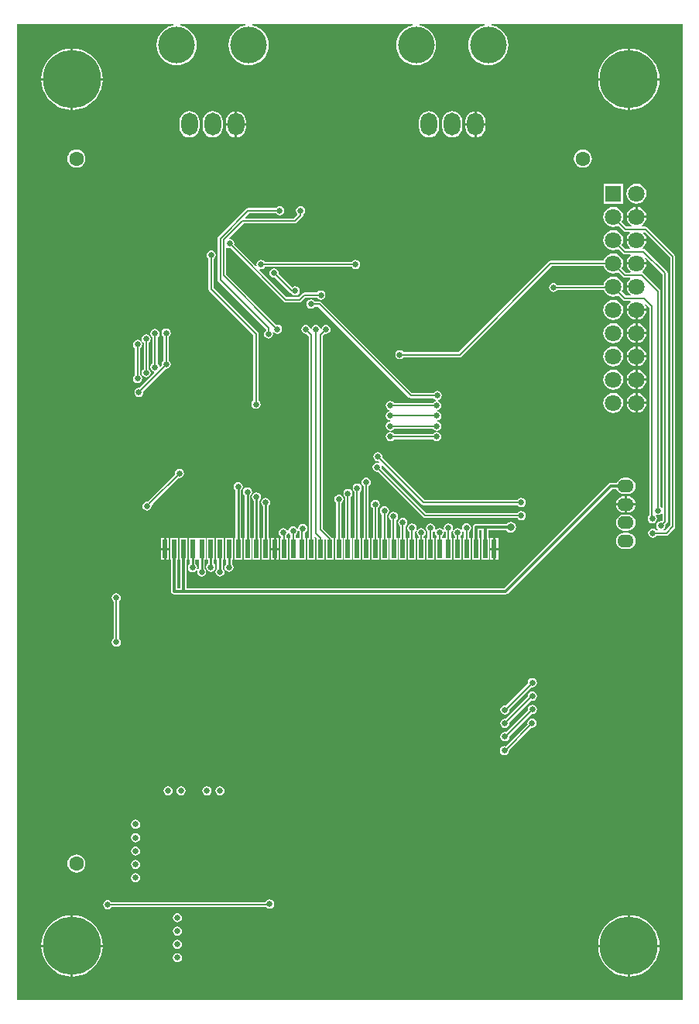
<source format=gbl>
%FSLAX25Y25*%
%MOIN*%
G70*
G01*
G75*
G04 Layer_Physical_Order=2*
G04 Layer_Color=16711680*
%ADD10R,0.02835X0.02835*%
%ADD11R,0.02835X0.02835*%
%ADD12R,0.03543X0.02362*%
%ADD13R,0.03937X0.07874*%
%ADD14R,0.05512X0.08268*%
%ADD15R,0.02362X0.03543*%
%ADD16R,0.04724X0.01181*%
%ADD17R,0.01181X0.04724*%
%ADD18R,0.03937X0.19685*%
%ADD19R,0.05709X0.02362*%
%ADD20R,0.05118X0.02756*%
%ADD21R,0.14961X0.07874*%
%ADD22R,0.05906X0.07874*%
%ADD23C,0.02000*%
%ADD24C,0.00800*%
%ADD25C,0.01200*%
%ADD26C,0.01000*%
%ADD27C,0.05000*%
%ADD28C,0.07087*%
%ADD29R,0.07087X0.07087*%
%ADD30O,0.07087X0.05512*%
%ADD31C,0.25000*%
%ADD32O,0.07087X0.09843*%
%ADD33C,0.15748*%
%ADD34C,0.06299*%
%ADD35C,0.02500*%
%ADD36C,0.03200*%
%ADD37R,0.01969X0.07874*%
%ADD38C,0.01400*%
G36*
X5076673Y2766240D02*
X4789862D01*
Y3185630D01*
X4857249D01*
X4857273Y3185131D01*
X4857079Y3185111D01*
X4855463Y3184621D01*
X4853973Y3183825D01*
X4852668Y3182754D01*
X4851596Y3181448D01*
X4850800Y3179958D01*
X4850310Y3178342D01*
X4850144Y3176661D01*
X4850310Y3174981D01*
X4850800Y3173364D01*
X4851596Y3171875D01*
X4852668Y3170569D01*
X4853973Y3169498D01*
X4855463Y3168702D01*
X4857079Y3168212D01*
X4858760Y3168046D01*
X4860440Y3168212D01*
X4862057Y3168702D01*
X4863546Y3169498D01*
X4864852Y3170569D01*
X4865923Y3171875D01*
X4866719Y3173364D01*
X4867210Y3174981D01*
X4867375Y3176661D01*
X4867210Y3178342D01*
X4866719Y3179958D01*
X4865923Y3181448D01*
X4864852Y3182754D01*
X4863546Y3183825D01*
X4862057Y3184621D01*
X4860440Y3185111D01*
X4860246Y3185131D01*
X4860271Y3185630D01*
X4888272D01*
X4888297Y3185131D01*
X4888103Y3185111D01*
X4886486Y3184621D01*
X4884997Y3183825D01*
X4883691Y3182754D01*
X4882620Y3181448D01*
X4881824Y3179958D01*
X4881334Y3178342D01*
X4881168Y3176661D01*
X4881334Y3174981D01*
X4881824Y3173364D01*
X4882620Y3171875D01*
X4883691Y3170569D01*
X4884997Y3169498D01*
X4886486Y3168702D01*
X4888103Y3168212D01*
X4889783Y3168046D01*
X4891464Y3168212D01*
X4893081Y3168702D01*
X4894570Y3169498D01*
X4895876Y3170569D01*
X4896947Y3171875D01*
X4897743Y3173364D01*
X4898233Y3174981D01*
X4898399Y3176661D01*
X4898233Y3178342D01*
X4897743Y3179958D01*
X4896947Y3181448D01*
X4895876Y3182754D01*
X4894570Y3183825D01*
X4893081Y3184621D01*
X4891464Y3185111D01*
X4891270Y3185131D01*
X4891294Y3185630D01*
X4960375D01*
X4960399Y3185131D01*
X4960205Y3185111D01*
X4958589Y3184621D01*
X4957099Y3183825D01*
X4955794Y3182754D01*
X4954722Y3181448D01*
X4953926Y3179958D01*
X4953436Y3178342D01*
X4953270Y3176661D01*
X4953436Y3174981D01*
X4953926Y3173364D01*
X4954722Y3171875D01*
X4955794Y3170569D01*
X4957099Y3169498D01*
X4958589Y3168702D01*
X4960205Y3168212D01*
X4961886Y3168046D01*
X4963567Y3168212D01*
X4965183Y3168702D01*
X4966672Y3169498D01*
X4967978Y3170569D01*
X4969049Y3171875D01*
X4969846Y3173364D01*
X4970336Y3174981D01*
X4970501Y3176661D01*
X4970336Y3178342D01*
X4969846Y3179958D01*
X4969049Y3181448D01*
X4967978Y3182754D01*
X4966672Y3183825D01*
X4965183Y3184621D01*
X4963567Y3185111D01*
X4963372Y3185131D01*
X4963397Y3185630D01*
X4991399D01*
X4991423Y3185131D01*
X4991228Y3185111D01*
X4989613Y3184621D01*
X4988123Y3183825D01*
X4986818Y3182754D01*
X4985746Y3181448D01*
X4984950Y3179958D01*
X4984460Y3178342D01*
X4984294Y3176661D01*
X4984460Y3174981D01*
X4984950Y3173364D01*
X4985746Y3171875D01*
X4986818Y3170569D01*
X4988123Y3169498D01*
X4989613Y3168702D01*
X4991228Y3168212D01*
X4992909Y3168046D01*
X4994590Y3168212D01*
X4996207Y3168702D01*
X4997696Y3169498D01*
X4999001Y3170569D01*
X5000073Y3171875D01*
X5000869Y3173364D01*
X5001360Y3174981D01*
X5001525Y3176661D01*
X5001360Y3178342D01*
X5000869Y3179958D01*
X5000073Y3181448D01*
X4999001Y3182754D01*
X4997696Y3183825D01*
X4996207Y3184621D01*
X4994590Y3185111D01*
X4994396Y3185131D01*
X4994420Y3185630D01*
X5076673D01*
Y2766240D01*
D02*
G37*
%LPC*%
G36*
X4936516Y2988209D02*
X4935755Y2988057D01*
X4935110Y2987626D01*
X4934679Y2986981D01*
X4934528Y2986221D01*
X4934679Y2985460D01*
X4935110Y2984815D01*
X4935335Y2984664D01*
Y2964621D01*
X4934772D01*
Y2955347D01*
X4938141D01*
Y2964621D01*
X4937578D01*
Y2984585D01*
X4937922Y2984815D01*
X4938353Y2985460D01*
X4938504Y2986221D01*
X4938353Y2986981D01*
X4937922Y2987626D01*
X4937276Y2988057D01*
X4936516Y2988209D01*
D02*
G37*
G36*
X4940354Y2990768D02*
X4939594Y2990616D01*
X4938948Y2990185D01*
X4938517Y2989540D01*
X4938366Y2988779D01*
X4938517Y2988019D01*
X4938948Y2987374D01*
X4939233Y2987184D01*
Y2964621D01*
X4938709D01*
Y2955347D01*
X4942078D01*
Y2964621D01*
X4941476D01*
Y2987184D01*
X4941760Y2987374D01*
X4942191Y2988019D01*
X4942342Y2988779D01*
X4942191Y2989540D01*
X4941760Y2990185D01*
X4941115Y2990616D01*
X4940354Y2990768D01*
D02*
G37*
G36*
X4928642Y2983484D02*
X4927881Y2983333D01*
X4927236Y2982902D01*
X4926805Y2982257D01*
X4926654Y2981496D01*
X4926805Y2980735D01*
X4927236Y2980090D01*
X4927461Y2979940D01*
Y2964621D01*
X4926899D01*
Y2955347D01*
X4930267D01*
Y2964621D01*
X4929704D01*
Y2979861D01*
X4930048Y2980090D01*
X4930479Y2980735D01*
X4930630Y2981496D01*
X4930479Y2982257D01*
X4930048Y2982902D01*
X4929403Y2983333D01*
X4928642Y2983484D01*
D02*
G37*
G36*
X4932520Y2985847D02*
X4931759Y2985695D01*
X4931114Y2985264D01*
X4930683Y2984619D01*
X4930531Y2983858D01*
X4930683Y2983097D01*
X4931114Y2982452D01*
X4931398Y2982262D01*
Y2964621D01*
X4930835D01*
Y2955347D01*
X4934204D01*
Y2964621D01*
X4933641D01*
Y2982262D01*
X4933926Y2982452D01*
X4934357Y2983097D01*
X4934508Y2983858D01*
X4934357Y2984619D01*
X4933926Y2985264D01*
X4933281Y2985695D01*
X4932520Y2985847D01*
D02*
G37*
G36*
X4952146Y2975973D02*
X4951385Y2975821D01*
X4950740Y2975390D01*
X4950309Y2974745D01*
X4950158Y2973984D01*
X4950309Y2973223D01*
X4950740Y2972578D01*
X4951024Y2972388D01*
Y2964621D01*
X4950520D01*
Y2955347D01*
X4953889D01*
Y2964621D01*
X4953267D01*
Y2972388D01*
X4953551Y2972578D01*
X4953983Y2973223D01*
X4954134Y2973984D01*
X4953983Y2974745D01*
X4953551Y2975390D01*
X4952906Y2975821D01*
X4952146Y2975973D01*
D02*
G37*
G36*
X4956146Y2973473D02*
X4955385Y2973321D01*
X4954740Y2972890D01*
X4954309Y2972245D01*
X4954158Y2971484D01*
X4954309Y2970723D01*
X4954740Y2970078D01*
X4955024Y2969888D01*
Y2964621D01*
X4954457D01*
Y2955347D01*
X4957826D01*
Y2964621D01*
X4957267D01*
Y2969888D01*
X4957552Y2970078D01*
X4957983Y2970723D01*
X4958134Y2971484D01*
X4957983Y2972245D01*
X4957552Y2972890D01*
X4956907Y2973321D01*
X4956146Y2973473D01*
D02*
G37*
G36*
X4944331Y2981181D02*
X4943570Y2981030D01*
X4942925Y2980599D01*
X4942494Y2979954D01*
X4942342Y2979193D01*
X4942494Y2978432D01*
X4942925Y2977787D01*
X4943209Y2977597D01*
Y2964621D01*
X4942646D01*
Y2955347D01*
X4946015D01*
Y2964621D01*
X4945452D01*
Y2977597D01*
X4945736Y2977787D01*
X4946167Y2978432D01*
X4946319Y2979193D01*
X4946167Y2979954D01*
X4945736Y2980599D01*
X4945092Y2981030D01*
X4944331Y2981181D01*
D02*
G37*
G36*
X4948228Y2978465D02*
X4947467Y2978313D01*
X4946822Y2977882D01*
X4946392Y2977237D01*
X4946240Y2976476D01*
X4946392Y2975715D01*
X4946822Y2975071D01*
X4947146Y2974854D01*
Y2964621D01*
X4946584D01*
Y2955347D01*
X4949952D01*
Y2964621D01*
X4949389D01*
Y2974907D01*
X4949634Y2975071D01*
X4950065Y2975715D01*
X4950217Y2976476D01*
X4950065Y2977237D01*
X4949634Y2977882D01*
X4948989Y2978313D01*
X4948228Y2978465D01*
D02*
G37*
G36*
X4885236Y2988799D02*
X4884475Y2988648D01*
X4883830Y2988217D01*
X4883400Y2987572D01*
X4883248Y2986811D01*
X4883400Y2986050D01*
X4883830Y2985405D01*
X4884052Y2985257D01*
Y2964621D01*
X4883591D01*
Y2955347D01*
X4886960D01*
Y2964621D01*
X4886499D01*
Y2985310D01*
X4886642Y2985405D01*
X4887073Y2986050D01*
X4887225Y2986811D01*
X4887073Y2987572D01*
X4886642Y2988217D01*
X4885997Y2988648D01*
X4885236Y2988799D01*
D02*
G37*
G36*
X4889213Y2986535D02*
X4888452Y2986384D01*
X4887807Y2985953D01*
X4887376Y2985308D01*
X4887225Y2984547D01*
X4887376Y2983786D01*
X4887807Y2983141D01*
X4887989Y2983019D01*
Y2964621D01*
X4887528D01*
Y2955347D01*
X4890897D01*
Y2964621D01*
X4890436D01*
Y2983019D01*
X4890619Y2983141D01*
X4891050Y2983786D01*
X4891201Y2984547D01*
X4891050Y2985308D01*
X4890619Y2985953D01*
X4889973Y2986384D01*
X4889213Y2986535D01*
D02*
G37*
G36*
X4853280Y2959484D02*
X4852095D01*
Y2955347D01*
X4853280D01*
Y2959484D01*
D02*
G37*
G36*
X4855464D02*
X4854280D01*
Y2955347D01*
X4855464D01*
Y2959484D01*
D02*
G37*
G36*
X4900524D02*
X4899339D01*
Y2955347D01*
X4900524D01*
Y2959484D01*
D02*
G37*
G36*
X4902708D02*
X4901524D01*
Y2955347D01*
X4902708D01*
Y2959484D01*
D02*
G37*
G36*
X4893150Y2984370D02*
X4892389Y2984219D01*
X4891744Y2983788D01*
X4891313Y2983143D01*
X4891161Y2982382D01*
X4891313Y2981621D01*
X4891744Y2980976D01*
X4891926Y2980854D01*
Y2964621D01*
X4891465D01*
Y2955347D01*
X4894834D01*
Y2964621D01*
X4894373D01*
Y2980854D01*
X4894556Y2980976D01*
X4894986Y2981621D01*
X4895138Y2982382D01*
X4894986Y2983143D01*
X4894556Y2983788D01*
X4893911Y2984219D01*
X4893150Y2984370D01*
D02*
G37*
G36*
X4897087Y2982008D02*
X4896326Y2981857D01*
X4895681Y2981425D01*
X4895250Y2980780D01*
X4895098Y2980020D01*
X4895250Y2979259D01*
X4895681Y2978614D01*
X4895863Y2978492D01*
Y2964621D01*
X4895403D01*
Y2955347D01*
X4898771D01*
Y2964621D01*
X4898310D01*
Y2978492D01*
X4898492Y2978614D01*
X4898923Y2979259D01*
X4899075Y2980020D01*
X4898923Y2980780D01*
X4898492Y2981425D01*
X4897847Y2981857D01*
X4897087Y2982008D01*
D02*
G37*
G36*
X5002559Y2971735D02*
X5001662Y2971556D01*
X5000901Y2971048D01*
X5000747Y2970817D01*
X4987638D01*
X4987091Y2970708D01*
X4986628Y2970399D01*
X4986319Y2969936D01*
X4986210Y2969390D01*
Y2964621D01*
X4985954D01*
Y2955347D01*
X4989322D01*
Y2964621D01*
X4989065D01*
Y2967962D01*
X4990147D01*
Y2964621D01*
X4989890D01*
Y2955347D01*
X4993259D01*
Y2964621D01*
X4993002D01*
Y2967962D01*
X5000747D01*
X5000901Y2967732D01*
X5001662Y2967223D01*
X5002559Y2967045D01*
X5003456Y2967223D01*
X5004217Y2967732D01*
X5004726Y2968492D01*
X5004904Y2969390D01*
X5004726Y2970287D01*
X5004217Y2971048D01*
X5003456Y2971556D01*
X5002559Y2971735D01*
D02*
G37*
G36*
X5052953Y2974844D02*
X5051378D01*
X5050476Y2974725D01*
X5049635Y2974377D01*
X5048913Y2973823D01*
X5048359Y2973101D01*
X5048011Y2972260D01*
X5047892Y2971358D01*
X5048011Y2970456D01*
X5048359Y2969615D01*
X5048913Y2968893D01*
X5049635Y2968340D01*
X5050476Y2967991D01*
X5051378Y2967872D01*
X5052953D01*
X5053855Y2967991D01*
X5054696Y2968340D01*
X5055418Y2968893D01*
X5055972Y2969615D01*
X5056320Y2970456D01*
X5056438Y2971358D01*
X5056320Y2972260D01*
X5055972Y2973101D01*
X5055418Y2973823D01*
X5054696Y2974377D01*
X5053855Y2974725D01*
X5052953Y2974844D01*
D02*
G37*
G36*
X4995012Y2964621D02*
X4993827D01*
Y2960484D01*
X4995012D01*
Y2964621D01*
D02*
G37*
G36*
X4997196D02*
X4996012D01*
Y2960484D01*
X4997196D01*
Y2964621D01*
D02*
G37*
G36*
X4913091Y2970886D02*
X4912330Y2970734D01*
X4911685Y2970304D01*
X4911254Y2969658D01*
X4911102Y2968898D01*
X4911116Y2968828D01*
X4910654Y2968637D01*
X4910264Y2969221D01*
X4909619Y2969652D01*
X4908858Y2969803D01*
X4908097Y2969652D01*
X4907452Y2969221D01*
X4907021Y2968576D01*
X4906900Y2967966D01*
X4906409Y2967868D01*
X4906032Y2968433D01*
X4905387Y2968864D01*
X4904626Y2969016D01*
X4903865Y2968864D01*
X4903220Y2968433D01*
X4902789Y2967788D01*
X4902638Y2967028D01*
X4902789Y2966267D01*
X4903220Y2965622D01*
X4903839Y2965208D01*
Y2964621D01*
X4903276D01*
Y2955347D01*
X4906645D01*
Y2964621D01*
X4906082D01*
Y2965697D01*
X4906463Y2966267D01*
X4906584Y2966877D01*
X4907075Y2966974D01*
X4907452Y2966409D01*
X4907737Y2966219D01*
Y2964621D01*
X4907213D01*
Y2955347D01*
X4910582D01*
Y2964621D01*
X4909980D01*
Y2966219D01*
X4910264Y2966409D01*
X4910695Y2967054D01*
X4910846Y2967815D01*
X4910833Y2967884D01*
X4911295Y2968076D01*
X4911685Y2967492D01*
X4911713Y2967473D01*
Y2964621D01*
X4911150D01*
Y2955347D01*
X4914519D01*
Y2964621D01*
X4913956D01*
Y2967131D01*
X4914496Y2967492D01*
X4914927Y2968137D01*
X4915079Y2968898D01*
X4914927Y2969658D01*
X4914496Y2970304D01*
X4913852Y2970734D01*
X4913091Y2970886D01*
D02*
G37*
G36*
X5051665Y2978732D02*
X5047958D01*
X5048011Y2978330D01*
X5048359Y2977489D01*
X5048913Y2976768D01*
X5049635Y2976214D01*
X5050476Y2975865D01*
X5051378Y2975747D01*
X5051665D01*
Y2978732D01*
D02*
G37*
G36*
X5046772Y3107095D02*
X5045664Y3106949D01*
X5044632Y3106521D01*
X5043745Y3105841D01*
X5043065Y3104955D01*
X5042638Y3103923D01*
X5042492Y3102815D01*
X5042638Y3101707D01*
X5043065Y3100675D01*
X5043745Y3099789D01*
X5044632Y3099108D01*
X5045664Y3098681D01*
X5046772Y3098535D01*
X5047879Y3098681D01*
X5048898Y3099103D01*
X5051254Y3096746D01*
X5051254Y3096746D01*
X5051618Y3096503D01*
X5052047Y3096418D01*
X5052047Y3096418D01*
X5053719D01*
X5053880Y3095944D01*
X5053745Y3095841D01*
X5053065Y3094955D01*
X5052637Y3093923D01*
X5052557Y3093315D01*
X5060986D01*
X5060906Y3093923D01*
X5060478Y3094955D01*
X5059798Y3095841D01*
X5059664Y3095944D01*
X5059734Y3096151D01*
X5060221Y3096264D01*
X5071221Y3085264D01*
Y2970051D01*
X5069122Y2967952D01*
X5068560D01*
X5068415Y2968431D01*
X5068630Y2968574D01*
X5069061Y2969220D01*
X5069213Y2969980D01*
X5069146Y2970316D01*
X5069888Y2971057D01*
X5069888Y2971057D01*
X5070131Y2971421D01*
X5070216Y2971850D01*
Y3078642D01*
X5070216Y3078642D01*
X5070131Y3079071D01*
X5069888Y3079435D01*
X5069888Y3079435D01*
X5060636Y3088687D01*
X5060272Y3088930D01*
X5059843Y3089015D01*
X5059843Y3089015D01*
X5059568D01*
X5059407Y3089489D01*
X5059798Y3089789D01*
X5060478Y3090675D01*
X5060906Y3091707D01*
X5060986Y3092315D01*
X5052557D01*
X5052637Y3091707D01*
X5053065Y3090675D01*
X5053745Y3089789D01*
X5054136Y3089489D01*
X5053975Y3089015D01*
X5052158D01*
X5050484Y3090689D01*
X5050906Y3091707D01*
X5051052Y3092815D01*
X5050906Y3093923D01*
X5050478Y3094955D01*
X5049798Y3095841D01*
X5048912Y3096522D01*
X5047879Y3096949D01*
X5046772Y3097095D01*
X5045664Y3096949D01*
X5044632Y3096522D01*
X5043745Y3095841D01*
X5043065Y3094955D01*
X5042638Y3093923D01*
X5042492Y3092815D01*
X5042638Y3091707D01*
X5043065Y3090675D01*
X5043745Y3089789D01*
X5044632Y3089108D01*
X5045664Y3088681D01*
X5046772Y3088535D01*
X5047879Y3088681D01*
X5048898Y3089103D01*
X5050900Y3087101D01*
X5050900Y3087101D01*
X5051264Y3086857D01*
X5051264Y3086857D01*
X5051264Y3086857D01*
D01*
X5051264Y3086857D01*
X5051264Y3086857D01*
X5051693Y3086772D01*
X5054181D01*
X5054341Y3086299D01*
X5053745Y3085841D01*
X5053065Y3084955D01*
X5052637Y3083923D01*
X5052557Y3083315D01*
X5060986D01*
X5060906Y3083923D01*
X5060478Y3084955D01*
X5060440Y3085004D01*
X5060817Y3085334D01*
X5067973Y3078177D01*
Y2978023D01*
X5067543Y2977892D01*
X5067427Y2977978D01*
X5067426Y2977981D01*
X5067406Y2977994D01*
X5067141Y2978190D01*
Y3070866D01*
X5067141Y3070866D01*
X5067056Y3071295D01*
X5066813Y3071659D01*
X5066813Y3071659D01*
X5059923Y3078549D01*
X5059559Y3078792D01*
X5059312Y3078841D01*
X5059198Y3079328D01*
X5059798Y3079789D01*
X5060478Y3080675D01*
X5060906Y3081707D01*
X5060986Y3082315D01*
X5052557D01*
X5052637Y3081707D01*
X5053065Y3080675D01*
X5053745Y3079789D01*
X5054316Y3079351D01*
X5054155Y3078877D01*
X5052295D01*
X5050484Y3080689D01*
X5050906Y3081707D01*
X5051052Y3082815D01*
X5050906Y3083923D01*
X5050478Y3084955D01*
X5049798Y3085841D01*
X5048912Y3086522D01*
X5047879Y3086949D01*
X5046772Y3087095D01*
X5045664Y3086949D01*
X5044632Y3086522D01*
X5043745Y3085841D01*
X5043065Y3084955D01*
X5042643Y3083937D01*
X5019823D01*
X5019823Y3083937D01*
X5019394Y3083851D01*
X5019030Y3083608D01*
X5019030Y3083608D01*
X4980119Y3044697D01*
X4956446D01*
X4956256Y3044981D01*
X4955611Y3045412D01*
X4954850Y3045563D01*
X4954089Y3045412D01*
X4953444Y3044981D01*
X4953013Y3044336D01*
X4952862Y3043575D01*
X4953013Y3042814D01*
X4953444Y3042169D01*
X4954089Y3041738D01*
X4954850Y3041587D01*
X4955611Y3041738D01*
X4956256Y3042169D01*
X4956446Y3042454D01*
X4980583D01*
X4980583Y3042454D01*
X4981012Y3042539D01*
X4981376Y3042782D01*
X5020287Y3081693D01*
X5042643D01*
X5043065Y3080675D01*
X5043745Y3079789D01*
X5044632Y3079108D01*
X5045664Y3078681D01*
X5046772Y3078535D01*
X5047879Y3078681D01*
X5048898Y3079103D01*
X5051038Y3076963D01*
X5051038Y3076963D01*
X5051402Y3076720D01*
X5051831Y3076634D01*
X5051831Y3076634D01*
X5054001D01*
X5054162Y3076161D01*
X5053745Y3075841D01*
X5053065Y3074955D01*
X5052637Y3073923D01*
X5052557Y3073315D01*
X5056771D01*
Y3072315D01*
X5052557D01*
X5052637Y3071707D01*
X5053065Y3070675D01*
X5053745Y3069789D01*
X5054239Y3069410D01*
X5054078Y3068937D01*
X5052236D01*
X5050484Y3070689D01*
X5050906Y3071707D01*
X5051052Y3072815D01*
X5050906Y3073923D01*
X5050478Y3074955D01*
X5049798Y3075841D01*
X5048912Y3076521D01*
X5047879Y3076949D01*
X5046772Y3077095D01*
X5045664Y3076949D01*
X5044632Y3076521D01*
X5043745Y3075841D01*
X5043065Y3074955D01*
X5042638Y3073923D01*
X5042590Y3073562D01*
X5022659D01*
X5022469Y3073847D01*
X5021824Y3074278D01*
X5021063Y3074429D01*
X5020302Y3074278D01*
X5019657Y3073847D01*
X5019226Y3073202D01*
X5019075Y3072441D01*
X5019226Y3071680D01*
X5019657Y3071035D01*
X5020302Y3070604D01*
X5021063Y3070453D01*
X5021824Y3070604D01*
X5022469Y3071035D01*
X5022659Y3071319D01*
X5042798D01*
X5043065Y3070675D01*
X5043745Y3069789D01*
X5044632Y3069108D01*
X5045664Y3068681D01*
X5046772Y3068535D01*
X5047879Y3068681D01*
X5048898Y3069103D01*
X5050978Y3067022D01*
X5050978Y3067022D01*
X5051342Y3066779D01*
X5051772Y3066693D01*
X5051772Y3066693D01*
X5054078D01*
X5054239Y3066220D01*
X5053745Y3065841D01*
X5053065Y3064955D01*
X5052637Y3063923D01*
X5052557Y3063315D01*
X5060986D01*
X5060906Y3063923D01*
X5060478Y3064955D01*
X5060376Y3065089D01*
X5060751Y3065418D01*
X5062264Y3063906D01*
Y2974496D01*
X5062177Y2974437D01*
X5061746Y2973792D01*
X5061594Y2973031D01*
X5061746Y2972271D01*
X5062177Y2971626D01*
X5062822Y2971195D01*
X5063583Y2971043D01*
X5064344Y2971195D01*
X5064988Y2971626D01*
X5065419Y2972271D01*
X5065571Y2973031D01*
X5065419Y2973792D01*
X5065078Y2974303D01*
X5065356Y2974719D01*
X5066020Y2974587D01*
X5066780Y2974738D01*
X5067426Y2975169D01*
X5067495Y2975272D01*
X5067973Y2975127D01*
Y2972315D01*
X5067560Y2971902D01*
X5067225Y2971968D01*
X5066463Y2971817D01*
X5065818Y2971386D01*
X5065387Y2970741D01*
X5065236Y2969980D01*
X5065387Y2969220D01*
X5065818Y2968574D01*
X5066034Y2968431D01*
X5065889Y2967952D01*
X5065376D01*
X5065186Y2968237D01*
X5064540Y2968668D01*
X5063779Y2968819D01*
X5063019Y2968668D01*
X5062374Y2968237D01*
X5061943Y2967592D01*
X5061791Y2966831D01*
X5061943Y2966070D01*
X5062374Y2965425D01*
X5063019Y2964994D01*
X5063779Y2964842D01*
X5064540Y2964994D01*
X5065186Y2965425D01*
X5065376Y2965709D01*
X5069587D01*
X5069587Y2965709D01*
X5070016Y2965795D01*
X5070380Y2966038D01*
X5073135Y2968793D01*
X5073136Y2968793D01*
X5073379Y2969157D01*
X5073379Y2969157D01*
X5073379Y2969157D01*
X5073464Y2969587D01*
X5073464Y2969587D01*
Y3085728D01*
X5073464Y3085728D01*
X5073379Y3086157D01*
X5073136Y3086521D01*
X5073135Y3086521D01*
X5061324Y3098332D01*
X5060961Y3098576D01*
X5060532Y3098661D01*
X5060531Y3098661D01*
X5059106D01*
X5058945Y3099134D01*
X5059798Y3099789D01*
X5060478Y3100675D01*
X5060906Y3101707D01*
X5060986Y3102315D01*
X5052557D01*
X5052637Y3101707D01*
X5053065Y3100675D01*
X5053745Y3099789D01*
X5054598Y3099134D01*
X5054437Y3098661D01*
X5052512D01*
X5050484Y3100689D01*
X5050906Y3101707D01*
X5051052Y3102815D01*
X5050906Y3103923D01*
X5050478Y3104955D01*
X5049798Y3105841D01*
X5048912Y3106521D01*
X5047879Y3106949D01*
X5046772Y3107095D01*
D02*
G37*
G36*
X4983563Y2971083D02*
X4982802Y2970931D01*
X4982157Y2970500D01*
X4981726Y2969855D01*
X4981575Y2969094D01*
X4981684Y2968546D01*
X4981222Y2968355D01*
X4981170Y2968433D01*
X4980524Y2968864D01*
X4979764Y2969016D01*
X4979003Y2968864D01*
X4978358Y2968433D01*
X4978141Y2968109D01*
X4978085Y2968131D01*
D01*
X4977679Y2968300D01*
X4977815Y2968984D01*
X4977663Y2969745D01*
X4977232Y2970390D01*
X4976588Y2970821D01*
X4975827Y2970972D01*
X4975066Y2970821D01*
X4974421Y2970390D01*
X4973990Y2969745D01*
X4973838Y2968984D01*
X4973949Y2968426D01*
X4973487Y2968234D01*
X4973355Y2968433D01*
X4972710Y2968864D01*
X4971949Y2969016D01*
X4971188Y2968864D01*
X4970543Y2968433D01*
X4970466Y2968318D01*
X4970004Y2968509D01*
X4970098Y2968984D01*
X4969947Y2969745D01*
X4969516Y2970390D01*
X4968871Y2970821D01*
X4968110Y2970972D01*
X4967349Y2970821D01*
X4966705Y2970390D01*
X4966273Y2969745D01*
X4966122Y2968984D01*
X4966273Y2968223D01*
X4966705Y2967578D01*
X4966831Y2967494D01*
Y2964621D01*
X4966269D01*
Y2955347D01*
X4969637D01*
Y2964621D01*
X4969074D01*
Y2967283D01*
X4969516Y2967578D01*
X4969593Y2967694D01*
X4970055Y2967502D01*
X4969961Y2967028D01*
X4970112Y2966267D01*
X4970543Y2965622D01*
X4970827Y2965432D01*
Y2964621D01*
X4970205D01*
Y2955347D01*
X4973574D01*
Y2964621D01*
X4973071D01*
Y2965432D01*
X4973355Y2965622D01*
X4973786Y2966267D01*
X4973937Y2967028D01*
X4973826Y2967586D01*
X4974288Y2967777D01*
X4974421Y2967578D01*
X4974705Y2967388D01*
Y2964621D01*
X4974142D01*
Y2955347D01*
X4977511D01*
Y2964621D01*
X4976948D01*
Y2967388D01*
X4977232Y2967578D01*
X4977450Y2967903D01*
X4977505Y2967880D01*
D01*
X4977912Y2967712D01*
X4977776Y2967028D01*
X4977927Y2966267D01*
X4978358Y2965622D01*
X4978642Y2965432D01*
Y2964621D01*
X4978079D01*
Y2955347D01*
X4981448D01*
Y2964621D01*
X4980885D01*
Y2965432D01*
X4981170Y2965622D01*
X4981601Y2966267D01*
X4981752Y2967028D01*
X4981643Y2967576D01*
X4982026Y2967734D01*
X4982441Y2967456D01*
Y2964621D01*
X4982016D01*
Y2955347D01*
X4985385D01*
Y2964621D01*
X4984684D01*
Y2967499D01*
X4984969Y2967689D01*
X4985400Y2968334D01*
X4985551Y2969094D01*
X4985400Y2969855D01*
X4984969Y2970500D01*
X4984324Y2970931D01*
X4983563Y2971083D01*
D02*
G37*
G36*
X4997196Y2959484D02*
X4996012D01*
Y2955347D01*
X4997196D01*
Y2959484D01*
D02*
G37*
G36*
X5052953Y2966970D02*
X5051378D01*
X5050476Y2966851D01*
X5049635Y2966503D01*
X5048913Y2965949D01*
X5048359Y2965227D01*
X5048011Y2964386D01*
X5047892Y2963484D01*
X5048011Y2962582D01*
X5048359Y2961741D01*
X5048913Y2961020D01*
X5049635Y2960465D01*
X5050476Y2960117D01*
X5051378Y2959999D01*
X5052953D01*
X5053855Y2960117D01*
X5054696Y2960465D01*
X5055418Y2961020D01*
X5055972Y2961741D01*
X5056320Y2962582D01*
X5056438Y2963484D01*
X5056320Y2964386D01*
X5055972Y2965227D01*
X5055418Y2965949D01*
X5054696Y2966503D01*
X5053855Y2966851D01*
X5052953Y2966970D01*
D02*
G37*
G36*
X4960146Y2970972D02*
X4959385Y2970821D01*
X4958740Y2970390D01*
X4958309Y2969745D01*
X4958157Y2968984D01*
X4958309Y2968223D01*
X4958740Y2967578D01*
X4959024Y2967388D01*
Y2964621D01*
X4958394D01*
Y2955347D01*
X4961763D01*
Y2964621D01*
X4961267D01*
Y2967388D01*
X4961552Y2967578D01*
X4961758Y2967887D01*
X4961813Y2967863D01*
Y2967863D01*
X4962219Y2967695D01*
X4962086Y2967028D01*
X4962238Y2966267D01*
X4962669Y2965622D01*
X4962894Y2965471D01*
Y2964621D01*
X4962331D01*
Y2955347D01*
X4965700D01*
Y2964621D01*
X4965137D01*
Y2965392D01*
X4965481Y2965622D01*
X4965912Y2966267D01*
X4966063Y2967028D01*
X4965912Y2967788D01*
X4965481Y2968433D01*
X4964836Y2968864D01*
X4964075Y2969016D01*
X4963314Y2968864D01*
X4962669Y2968433D01*
X4962463Y2968125D01*
X4962407Y2968148D01*
Y2968148D01*
X4962001Y2968317D01*
X4962134Y2968984D01*
X4961982Y2969745D01*
X4961552Y2970390D01*
X4960907Y2970821D01*
X4960146Y2970972D01*
D02*
G37*
G36*
X4995012Y2959484D02*
X4993827D01*
Y2955347D01*
X4995012D01*
Y2959484D01*
D02*
G37*
G36*
X4900524Y2964621D02*
X4899339D01*
Y2960484D01*
X4900524D01*
Y2964621D01*
D02*
G37*
G36*
X4902708D02*
X4901524D01*
Y2960484D01*
X4902708D01*
Y2964621D01*
D02*
G37*
G36*
X4853280D02*
X4852095D01*
Y2960484D01*
X4853280D01*
Y2964621D01*
D02*
G37*
G36*
X4855464D02*
X4854280D01*
Y2960484D01*
X4855464D01*
Y2964621D01*
D02*
G37*
G36*
X4859063Y2797720D02*
X4858302Y2797569D01*
X4857657Y2797138D01*
X4857226Y2796493D01*
X4857075Y2795732D01*
X4857226Y2794971D01*
X4857657Y2794326D01*
X4858302Y2793895D01*
X4859063Y2793744D01*
X4859824Y2793895D01*
X4860469Y2794326D01*
X4860900Y2794971D01*
X4861051Y2795732D01*
X4860900Y2796493D01*
X4860469Y2797138D01*
X4859824Y2797569D01*
X4859063Y2797720D01*
D02*
G37*
G36*
Y2803457D02*
X4858302Y2803305D01*
X4857657Y2802874D01*
X4857226Y2802229D01*
X4857075Y2801468D01*
X4857226Y2800707D01*
X4857657Y2800063D01*
X4858302Y2799632D01*
X4859063Y2799480D01*
X4859824Y2799632D01*
X4860469Y2800063D01*
X4860900Y2800707D01*
X4861051Y2801468D01*
X4860900Y2802229D01*
X4860469Y2802874D01*
X4859824Y2803305D01*
X4859063Y2803457D01*
D02*
G37*
G36*
X5052945Y2802571D02*
X5051374Y2802448D01*
X5049353Y2801963D01*
X5047434Y2801168D01*
X5045662Y2800082D01*
X5044082Y2798733D01*
X5042733Y2797153D01*
X5041647Y2795381D01*
X5040852Y2793462D01*
X5040367Y2791441D01*
X5040244Y2789870D01*
X5052945D01*
Y2802571D01*
D02*
G37*
G36*
X5053945D02*
Y2789870D01*
X5066646D01*
X5066523Y2791441D01*
X5066038Y2793462D01*
X5065242Y2795381D01*
X5064157Y2797153D01*
X5062807Y2798733D01*
X5061227Y2800082D01*
X5059456Y2801168D01*
X5057536Y2801963D01*
X5055516Y2802448D01*
X5053945Y2802571D01*
D02*
G37*
G36*
X4815591Y2828631D02*
X4814585Y2828498D01*
X4813649Y2828111D01*
X4812845Y2827494D01*
X4812228Y2826689D01*
X4811840Y2825753D01*
X4811708Y2824748D01*
X4811840Y2823743D01*
X4812228Y2822807D01*
X4812845Y2822002D01*
X4813649Y2821385D01*
X4814585Y2820997D01*
X4815591Y2820865D01*
X4816595Y2820997D01*
X4817532Y2821385D01*
X4818336Y2822002D01*
X4818953Y2822807D01*
X4819341Y2823743D01*
X4819473Y2824748D01*
X4819341Y2825753D01*
X4818953Y2826689D01*
X4818336Y2827494D01*
X4817532Y2828111D01*
X4816595Y2828498D01*
X4815591Y2828631D01*
D02*
G37*
G36*
X4841032Y2826402D02*
X4840271Y2826250D01*
X4839626Y2825819D01*
X4839194Y2825174D01*
X4839043Y2824413D01*
X4839194Y2823652D01*
X4839626Y2823008D01*
X4840271Y2822577D01*
X4841032Y2822425D01*
X4841792Y2822577D01*
X4842437Y2823008D01*
X4842868Y2823652D01*
X4843019Y2824413D01*
X4842868Y2825174D01*
X4842437Y2825819D01*
X4841792Y2826250D01*
X4841032Y2826402D01*
D02*
G37*
G36*
X4898819Y2809272D02*
X4898058Y2809120D01*
X4897413Y2808689D01*
X4897092Y2808208D01*
X4830631D01*
X4830441Y2808492D01*
X4829796Y2808924D01*
X4829036Y2809075D01*
X4828275Y2808924D01*
X4827629Y2808492D01*
X4827198Y2807848D01*
X4827047Y2807087D01*
X4827198Y2806326D01*
X4827629Y2805681D01*
X4828275Y2805250D01*
X4829036Y2805098D01*
X4829796Y2805250D01*
X4830441Y2805681D01*
X4830631Y2805965D01*
X4897355D01*
X4897413Y2805878D01*
X4898058Y2805447D01*
X4898819Y2805295D01*
X4899580Y2805447D01*
X4900225Y2805878D01*
X4900656Y2806523D01*
X4900807Y2807284D01*
X4900656Y2808044D01*
X4900225Y2808689D01*
X4899580Y2809120D01*
X4898819Y2809272D01*
D02*
G37*
G36*
X4841032Y2820665D02*
X4840271Y2820514D01*
X4839626Y2820083D01*
X4839194Y2819438D01*
X4839043Y2818677D01*
X4839194Y2817916D01*
X4839626Y2817271D01*
X4840271Y2816840D01*
X4841032Y2816689D01*
X4841792Y2816840D01*
X4842437Y2817271D01*
X4842868Y2817916D01*
X4843019Y2818677D01*
X4842868Y2819438D01*
X4842437Y2820083D01*
X4841792Y2820514D01*
X4841032Y2820665D01*
D02*
G37*
G36*
X5052945Y2788870D02*
X5040244D01*
X5040367Y2787299D01*
X5040852Y2785278D01*
X5041647Y2783359D01*
X5042733Y2781587D01*
X5044082Y2780007D01*
X5045662Y2778658D01*
X5047434Y2777572D01*
X5049353Y2776777D01*
X5051374Y2776292D01*
X5052945Y2776169D01*
Y2788870D01*
D02*
G37*
G36*
X5066646D02*
X5053945D01*
Y2776169D01*
X5055516Y2776292D01*
X5057536Y2776777D01*
X5059456Y2777572D01*
X5061227Y2778658D01*
X5062807Y2780007D01*
X5064157Y2781587D01*
X5065242Y2783359D01*
X5066038Y2785278D01*
X5066523Y2787299D01*
X5066646Y2788870D01*
D02*
G37*
G36*
X4813181D02*
X4800480D01*
X4800603Y2787299D01*
X4801088Y2785278D01*
X4801883Y2783359D01*
X4802969Y2781587D01*
X4804318Y2780007D01*
X4805898Y2778658D01*
X4807670Y2777572D01*
X4809589Y2776777D01*
X4811610Y2776292D01*
X4813181Y2776169D01*
Y2788870D01*
D02*
G37*
G36*
X4826883D02*
X4814181D01*
Y2776169D01*
X4815752Y2776292D01*
X4817773Y2776777D01*
X4819692Y2777572D01*
X4821464Y2778658D01*
X4823044Y2780007D01*
X4824393Y2781587D01*
X4825479Y2783359D01*
X4826274Y2785278D01*
X4826759Y2787299D01*
X4826883Y2788870D01*
D02*
G37*
G36*
X4813181Y2802571D02*
X4811610Y2802448D01*
X4809589Y2801963D01*
X4807670Y2801168D01*
X4805898Y2800082D01*
X4804318Y2798733D01*
X4802969Y2797153D01*
X4801883Y2795381D01*
X4801088Y2793462D01*
X4800603Y2791441D01*
X4800480Y2789870D01*
X4813181D01*
Y2802571D01*
D02*
G37*
G36*
X4814181D02*
Y2789870D01*
X4826883D01*
X4826759Y2791441D01*
X4826274Y2793462D01*
X4825479Y2795381D01*
X4824393Y2797153D01*
X4823044Y2798733D01*
X4821464Y2800082D01*
X4819692Y2801168D01*
X4817773Y2801963D01*
X4815752Y2802448D01*
X4814181Y2802571D01*
D02*
G37*
G36*
X4859063Y2786248D02*
X4858302Y2786097D01*
X4857657Y2785666D01*
X4857226Y2785021D01*
X4857075Y2784260D01*
X4857226Y2783499D01*
X4857657Y2782854D01*
X4858302Y2782423D01*
X4859063Y2782272D01*
X4859824Y2782423D01*
X4860469Y2782854D01*
X4860900Y2783499D01*
X4861051Y2784260D01*
X4860900Y2785021D01*
X4860469Y2785666D01*
X4859824Y2786097D01*
X4859063Y2786248D01*
D02*
G37*
G36*
Y2791984D02*
X4858302Y2791833D01*
X4857657Y2791402D01*
X4857226Y2790757D01*
X4857075Y2789996D01*
X4857226Y2789235D01*
X4857657Y2788590D01*
X4858302Y2788159D01*
X4859063Y2788008D01*
X4859824Y2788159D01*
X4860469Y2788590D01*
X4860900Y2789235D01*
X4861051Y2789996D01*
X4860900Y2790757D01*
X4860469Y2791402D01*
X4859824Y2791833D01*
X4859063Y2791984D01*
D02*
G37*
G36*
X5011909Y2904547D02*
X5011148Y2904396D01*
X5010504Y2903965D01*
X5010073Y2903320D01*
X5009921Y2902559D01*
X5009988Y2902224D01*
X5000516Y2892752D01*
X5000098Y2892835D01*
X4999338Y2892683D01*
X4998692Y2892252D01*
X4998262Y2891607D01*
X4998110Y2890846D01*
X4998262Y2890086D01*
X4998692Y2889441D01*
X4999338Y2889010D01*
X5000098Y2888858D01*
X5000859Y2889010D01*
X5001504Y2889441D01*
X5001935Y2890086D01*
X5002087Y2890846D01*
X5002036Y2891100D01*
X5011574Y2900637D01*
X5011909Y2900571D01*
X5012670Y2900722D01*
X5013315Y2901153D01*
X5013746Y2901798D01*
X5013898Y2902559D01*
X5013746Y2903320D01*
X5013315Y2903965D01*
X5012670Y2904396D01*
X5011909Y2904547D01*
D02*
G37*
G36*
X4832775Y2941063D02*
X4832015Y2940912D01*
X4831370Y2940481D01*
X4830939Y2939836D01*
X4830787Y2939075D01*
X4830939Y2938314D01*
X4831370Y2937669D01*
X4831654Y2937479D01*
Y2921576D01*
X4831370Y2921386D01*
X4830939Y2920741D01*
X4830787Y2919980D01*
X4830939Y2919220D01*
X4831370Y2918574D01*
X4832015Y2918143D01*
X4832775Y2917992D01*
X4833537Y2918143D01*
X4834182Y2918574D01*
X4834612Y2919220D01*
X4834764Y2919980D01*
X4834612Y2920741D01*
X4834182Y2921386D01*
X4833897Y2921576D01*
Y2937479D01*
X4834182Y2937669D01*
X4834612Y2938314D01*
X4834764Y2939075D01*
X4834612Y2939836D01*
X4834182Y2940481D01*
X4833537Y2940912D01*
X4832775Y2941063D01*
D02*
G37*
G36*
X5011909Y2892933D02*
X5011148Y2892782D01*
X5010504Y2892351D01*
X5010073Y2891706D01*
X5009921Y2890945D01*
X5009988Y2890610D01*
X5000571Y2881192D01*
X5000098Y2881286D01*
X4999338Y2881135D01*
X4998692Y2880704D01*
X4998262Y2880059D01*
X4998110Y2879298D01*
X4998262Y2878537D01*
X4998692Y2877892D01*
X4999338Y2877461D01*
X5000098Y2877310D01*
X5000859Y2877461D01*
X5001504Y2877892D01*
X5001935Y2878537D01*
X5002087Y2879298D01*
X5002047Y2879496D01*
X5011574Y2889023D01*
X5011909Y2888957D01*
X5012670Y2889108D01*
X5013315Y2889539D01*
X5013746Y2890184D01*
X5013898Y2890945D01*
X5013746Y2891706D01*
X5013315Y2892351D01*
X5012670Y2892782D01*
X5011909Y2892933D01*
D02*
G37*
G36*
Y2898740D02*
X5011148Y2898589D01*
X5010504Y2898158D01*
X5010073Y2897513D01*
X5009921Y2896752D01*
X5009966Y2896526D01*
X5000434Y2886994D01*
X5000098Y2887060D01*
X4999338Y2886909D01*
X4998692Y2886478D01*
X4998262Y2885833D01*
X4998110Y2885072D01*
X4998262Y2884311D01*
X4998692Y2883666D01*
X4999338Y2883235D01*
X5000098Y2883084D01*
X5000859Y2883235D01*
X5001504Y2883666D01*
X5001935Y2884311D01*
X5002087Y2885072D01*
X5002020Y2885407D01*
X5011465Y2894852D01*
X5011909Y2894764D01*
X5012670Y2894915D01*
X5013315Y2895346D01*
X5013746Y2895991D01*
X5013898Y2896752D01*
X5013746Y2897513D01*
X5013315Y2898158D01*
X5012670Y2898589D01*
X5011909Y2898740D01*
D02*
G37*
G36*
X4875149Y2964621D02*
X4871780D01*
Y2955347D01*
X4872241D01*
Y2953752D01*
X4872059Y2953630D01*
X4871628Y2952985D01*
X4871476Y2952224D01*
X4871628Y2951464D01*
X4872059Y2950818D01*
X4872704Y2950387D01*
X4873465Y2950236D01*
X4874226Y2950387D01*
X4874871Y2950818D01*
X4875301Y2951464D01*
X4875453Y2952224D01*
X4875301Y2952985D01*
X4874871Y2953630D01*
X4874688Y2953752D01*
Y2955347D01*
X4875149D01*
Y2964621D01*
D02*
G37*
G36*
X4871212D02*
X4867843D01*
Y2955347D01*
X4868304D01*
Y2951626D01*
X4868122Y2951504D01*
X4867918Y2951199D01*
X4867456Y2951391D01*
X4867579Y2952008D01*
X4867427Y2952769D01*
X4866996Y2953414D01*
X4866814Y2953536D01*
Y2955347D01*
X4867275D01*
Y2964621D01*
X4863906D01*
Y2955347D01*
X4864367D01*
Y2953536D01*
X4864185Y2953414D01*
X4863754Y2952769D01*
X4863602Y2952008D01*
X4863754Y2951247D01*
X4864185Y2950602D01*
X4864830Y2950171D01*
X4865591Y2950020D01*
X4866351Y2950171D01*
X4866996Y2950602D01*
X4867200Y2950907D01*
X4867662Y2950716D01*
X4867540Y2950098D01*
X4867691Y2949338D01*
X4868122Y2948693D01*
X4868767Y2948262D01*
X4869528Y2948110D01*
X4870288Y2948262D01*
X4870934Y2948693D01*
X4871365Y2949338D01*
X4871516Y2950098D01*
X4871365Y2950859D01*
X4870934Y2951504D01*
X4870751Y2951626D01*
Y2955347D01*
X4871212D01*
Y2964621D01*
D02*
G37*
G36*
X4879086D02*
X4875718D01*
Y2955347D01*
X4876178D01*
Y2951626D01*
X4875996Y2951504D01*
X4875565Y2950859D01*
X4875414Y2950098D01*
X4875565Y2949338D01*
X4875996Y2948693D01*
X4876641Y2948262D01*
X4877402Y2948110D01*
X4878162Y2948262D01*
X4878807Y2948693D01*
X4879239Y2949338D01*
X4879390Y2950098D01*
X4879239Y2950859D01*
X4878807Y2951504D01*
X4878625Y2951626D01*
Y2955347D01*
X4879086D01*
Y2964621D01*
D02*
G37*
G36*
X4883023D02*
X4879654D01*
Y2955347D01*
X4880115D01*
Y2953654D01*
X4879933Y2953532D01*
X4879502Y2952887D01*
X4879351Y2952126D01*
X4879502Y2951365D01*
X4879933Y2950720D01*
X4880578Y2950289D01*
X4881339Y2950138D01*
X4882100Y2950289D01*
X4882745Y2950720D01*
X4883176Y2951365D01*
X4883327Y2952126D01*
X4883176Y2952887D01*
X4882745Y2953532D01*
X4882562Y2953654D01*
Y2955347D01*
X4883023D01*
Y2964621D01*
D02*
G37*
G36*
X4841032Y2843610D02*
X4840271Y2843459D01*
X4839626Y2843028D01*
X4839194Y2842383D01*
X4839043Y2841622D01*
X4839194Y2840861D01*
X4839626Y2840216D01*
X4840271Y2839785D01*
X4841032Y2839634D01*
X4841792Y2839785D01*
X4842437Y2840216D01*
X4842868Y2840861D01*
X4843019Y2841622D01*
X4842868Y2842383D01*
X4842437Y2843028D01*
X4841792Y2843459D01*
X4841032Y2843610D01*
D02*
G37*
G36*
X4855037Y2858010D02*
X4854277Y2857858D01*
X4853632Y2857427D01*
X4853201Y2856782D01*
X4853049Y2856022D01*
X4853201Y2855261D01*
X4853632Y2854616D01*
X4854277Y2854185D01*
X4855037Y2854033D01*
X4855798Y2854185D01*
X4856443Y2854616D01*
X4856874Y2855261D01*
X4857026Y2856022D01*
X4856874Y2856782D01*
X4856443Y2857427D01*
X4855798Y2857858D01*
X4855037Y2858010D01*
D02*
G37*
G36*
X4841032Y2832138D02*
X4840271Y2831986D01*
X4839626Y2831556D01*
X4839194Y2830910D01*
X4839043Y2830150D01*
X4839194Y2829389D01*
X4839626Y2828744D01*
X4840271Y2828313D01*
X4841032Y2828161D01*
X4841792Y2828313D01*
X4842437Y2828744D01*
X4842868Y2829389D01*
X4843019Y2830150D01*
X4842868Y2830910D01*
X4842437Y2831556D01*
X4841792Y2831986D01*
X4841032Y2832138D01*
D02*
G37*
G36*
Y2837874D02*
X4840271Y2837723D01*
X4839626Y2837292D01*
X4839194Y2836647D01*
X4839043Y2835886D01*
X4839194Y2835125D01*
X4839626Y2834480D01*
X4840271Y2834049D01*
X4841032Y2833898D01*
X4841792Y2834049D01*
X4842437Y2834480D01*
X4842868Y2835125D01*
X4843019Y2835886D01*
X4842868Y2836647D01*
X4842437Y2837292D01*
X4841792Y2837723D01*
X4841032Y2837874D01*
D02*
G37*
G36*
X4877415Y2858010D02*
X4876654Y2857858D01*
X4876009Y2857427D01*
X4875579Y2856782D01*
X4875427Y2856022D01*
X4875579Y2855261D01*
X4876009Y2854616D01*
X4876654Y2854185D01*
X4877415Y2854033D01*
X4878176Y2854185D01*
X4878821Y2854616D01*
X4879252Y2855261D01*
X4879404Y2856022D01*
X4879252Y2856782D01*
X4878821Y2857427D01*
X4878176Y2857858D01*
X4877415Y2858010D01*
D02*
G37*
G36*
X5011811Y2887126D02*
X5011050Y2886975D01*
X5010405Y2886544D01*
X5009974Y2885899D01*
X5009823Y2885138D01*
X5009890Y2884802D01*
X5000319Y2875232D01*
X4999902Y2875315D01*
X4999141Y2875164D01*
X4998496Y2874733D01*
X4998065Y2874088D01*
X4997913Y2873327D01*
X4998065Y2872566D01*
X4998496Y2871921D01*
X4999141Y2871490D01*
X4999902Y2871339D01*
X5000662Y2871490D01*
X5001307Y2871921D01*
X5001738Y2872566D01*
X5001890Y2873327D01*
X5001839Y2873580D01*
X5011476Y2883216D01*
X5011811Y2883150D01*
X5012572Y2883301D01*
X5013217Y2883732D01*
X5013648Y2884377D01*
X5013799Y2885138D01*
X5013648Y2885899D01*
X5013217Y2886544D01*
X5012572Y2886975D01*
X5011811Y2887126D01*
D02*
G37*
G36*
X4860632Y2858010D02*
X4859871Y2857858D01*
X4859226Y2857427D01*
X4858795Y2856782D01*
X4858644Y2856022D01*
X4858795Y2855261D01*
X4859226Y2854616D01*
X4859871Y2854185D01*
X4860632Y2854033D01*
X4861393Y2854185D01*
X4862038Y2854616D01*
X4862469Y2855261D01*
X4862620Y2856022D01*
X4862469Y2856782D01*
X4862038Y2857427D01*
X4861393Y2857858D01*
X4860632Y2858010D01*
D02*
G37*
G36*
X4871821D02*
X4871060Y2857858D01*
X4870415Y2857427D01*
X4869984Y2856782D01*
X4869833Y2856022D01*
X4869984Y2855261D01*
X4870415Y2854616D01*
X4871060Y2854185D01*
X4871821Y2854033D01*
X4872582Y2854185D01*
X4873227Y2854616D01*
X4873658Y2855261D01*
X4873809Y2856022D01*
X4873658Y2856782D01*
X4873227Y2857427D01*
X4872582Y2857858D01*
X4871821Y2858010D01*
D02*
G37*
G36*
X4815591Y3131780D02*
X4814585Y3131648D01*
X4813649Y3131260D01*
X4812845Y3130643D01*
X4812228Y3129839D01*
X4811840Y3128903D01*
X4811708Y3127898D01*
X4811840Y3126893D01*
X4812228Y3125956D01*
X4812845Y3125152D01*
X4813649Y3124535D01*
X4814585Y3124147D01*
X4815591Y3124015D01*
X4816595Y3124147D01*
X4817532Y3124535D01*
X4818336Y3125152D01*
X4818953Y3125956D01*
X4819341Y3126893D01*
X4819473Y3127898D01*
X4819341Y3128903D01*
X4818953Y3129839D01*
X4818336Y3130643D01*
X4817532Y3131260D01*
X4816595Y3131648D01*
X4815591Y3131780D01*
D02*
G37*
G36*
X5033701D02*
X5032696Y3131648D01*
X5031759Y3131260D01*
X5030955Y3130643D01*
X5030338Y3129839D01*
X5029950Y3128903D01*
X5029818Y3127898D01*
X5029950Y3126893D01*
X5030338Y3125956D01*
X5030955Y3125152D01*
X5031759Y3124535D01*
X5032696Y3124147D01*
X5033701Y3124015D01*
X5034706Y3124147D01*
X5035642Y3124535D01*
X5036446Y3125152D01*
X5037063Y3125956D01*
X5037451Y3126893D01*
X5037584Y3127898D01*
X5037451Y3128903D01*
X5037063Y3129839D01*
X5036446Y3130643D01*
X5035642Y3131260D01*
X5034706Y3131648D01*
X5033701Y3131780D01*
D02*
G37*
G36*
X5056771Y3117095D02*
X5055664Y3116949D01*
X5054632Y3116521D01*
X5053745Y3115841D01*
X5053065Y3114955D01*
X5052637Y3113923D01*
X5052492Y3112815D01*
X5052637Y3111707D01*
X5053065Y3110675D01*
X5053745Y3109789D01*
X5054632Y3109108D01*
X5055664Y3108681D01*
X5056771Y3108535D01*
X5057879Y3108681D01*
X5058912Y3109108D01*
X5059798Y3109789D01*
X5060478Y3110675D01*
X5060906Y3111707D01*
X5061052Y3112815D01*
X5060906Y3113923D01*
X5060478Y3114955D01*
X5059798Y3115841D01*
X5058912Y3116521D01*
X5057879Y3116949D01*
X5056771Y3117095D01*
D02*
G37*
G36*
X5051015Y3117058D02*
X5042528D01*
Y3108572D01*
X5051015D01*
Y3117058D01*
D02*
G37*
G36*
X4864272Y3148304D02*
X4863164Y3148158D01*
X4862132Y3147730D01*
X4861245Y3147050D01*
X4860565Y3146164D01*
X4860138Y3145131D01*
X4859992Y3144024D01*
Y3141268D01*
X4860138Y3140160D01*
X4860565Y3139128D01*
X4861245Y3138241D01*
X4862132Y3137561D01*
X4863164Y3137134D01*
X4864272Y3136988D01*
X4865379Y3137134D01*
X4866412Y3137561D01*
X4867298Y3138241D01*
X4867978Y3139128D01*
X4868406Y3140160D01*
X4868552Y3141268D01*
Y3144024D01*
X4868406Y3145131D01*
X4867978Y3146164D01*
X4867298Y3147050D01*
X4866412Y3147730D01*
X4865379Y3148158D01*
X4864272Y3148304D01*
D02*
G37*
G36*
X4874272D02*
X4873164Y3148158D01*
X4872132Y3147730D01*
X4871245Y3147050D01*
X4870565Y3146164D01*
X4870138Y3145131D01*
X4869992Y3144024D01*
Y3141268D01*
X4870138Y3140160D01*
X4870565Y3139128D01*
X4871245Y3138241D01*
X4872132Y3137561D01*
X4873164Y3137134D01*
X4874272Y3136988D01*
X4875380Y3137134D01*
X4876411Y3137561D01*
X4877298Y3138241D01*
X4877978Y3139128D01*
X4878406Y3140160D01*
X4878551Y3141268D01*
Y3144024D01*
X4878406Y3145131D01*
X4877978Y3146164D01*
X4877298Y3147050D01*
X4876411Y3147730D01*
X4875380Y3148158D01*
X4874272Y3148304D01*
D02*
G37*
G36*
X4967398Y3148304D02*
X4966290Y3148158D01*
X4965258Y3147730D01*
X4964371Y3147050D01*
X4963691Y3146164D01*
X4963263Y3145131D01*
X4963118Y3144024D01*
Y3141268D01*
X4963263Y3140160D01*
X4963691Y3139128D01*
X4964371Y3138241D01*
X4965258Y3137561D01*
X4966290Y3137134D01*
X4967398Y3136988D01*
X4968505Y3137134D01*
X4969538Y3137561D01*
X4970424Y3138241D01*
X4971104Y3139128D01*
X4971532Y3140160D01*
X4971678Y3141268D01*
Y3144024D01*
X4971532Y3145131D01*
X4971104Y3146164D01*
X4970424Y3147050D01*
X4969538Y3147730D01*
X4968505Y3148158D01*
X4967398Y3148304D01*
D02*
G37*
G36*
X4977398D02*
X4976290Y3148158D01*
X4975258Y3147730D01*
X4974371Y3147050D01*
X4973691Y3146164D01*
X4973264Y3145131D01*
X4973118Y3144024D01*
Y3141268D01*
X4973264Y3140160D01*
X4973691Y3139128D01*
X4974371Y3138241D01*
X4975258Y3137561D01*
X4976290Y3137134D01*
X4977398Y3136988D01*
X4978505Y3137134D01*
X4979538Y3137561D01*
X4980424Y3138241D01*
X4981104Y3139128D01*
X4981532Y3140160D01*
X4981678Y3141268D01*
Y3144024D01*
X4981532Y3145131D01*
X4981104Y3146164D01*
X4980424Y3147050D01*
X4979538Y3147730D01*
X4978505Y3148158D01*
X4977398Y3148304D01*
D02*
G37*
G36*
X5056272Y3062315D02*
X5052557D01*
X5052637Y3061707D01*
X5053065Y3060675D01*
X5053745Y3059789D01*
X5054632Y3059108D01*
X5055664Y3058681D01*
X5056272Y3058601D01*
Y3062315D01*
D02*
G37*
G36*
X5060986D02*
X5057272D01*
Y3058601D01*
X5057879Y3058681D01*
X5058912Y3059108D01*
X5059798Y3059789D01*
X5060478Y3060675D01*
X5060906Y3061707D01*
X5060986Y3062315D01*
D02*
G37*
G36*
X4923032Y3056417D02*
X4922271Y3056266D01*
X4921626Y3055835D01*
X4921194Y3055190D01*
X4921116Y3054795D01*
X4920616D01*
X4920538Y3055190D01*
X4920107Y3055835D01*
X4919461Y3056266D01*
X4918701Y3056417D01*
X4917940Y3056266D01*
X4917295Y3055835D01*
X4916864Y3055190D01*
X4916785Y3054795D01*
X4916285D01*
X4916207Y3055190D01*
X4915776Y3055835D01*
X4915131Y3056266D01*
X4914370Y3056417D01*
X4913609Y3056266D01*
X4912964Y3055835D01*
X4912533Y3055190D01*
X4912382Y3054429D01*
X4912533Y3053668D01*
X4912964Y3053023D01*
X4913609Y3052592D01*
X4914370Y3052441D01*
X4914706Y3052508D01*
X4915650Y3051563D01*
Y2964621D01*
X4915088D01*
Y2955347D01*
X4918456D01*
Y2964621D01*
X4917893D01*
Y2965202D01*
X4918355Y2965393D01*
X4919054Y2964694D01*
X4919024Y2964621D01*
X4919024D01*
X4919024Y2964621D01*
Y2955347D01*
X4922393D01*
Y2964344D01*
X4922546Y2964407D01*
X4922961Y2964129D01*
Y2955347D01*
X4926330D01*
Y2964621D01*
X4925710D01*
X4925682Y2964760D01*
X4925439Y2965124D01*
X4921791Y2968772D01*
Y3051602D01*
X4922696Y3052508D01*
X4923032Y3052441D01*
X4923792Y3052592D01*
X4924437Y3053023D01*
X4924868Y3053668D01*
X4925020Y3054429D01*
X4924868Y3055190D01*
X4924437Y3055835D01*
X4923792Y3056266D01*
X4923032Y3056417D01*
D02*
G37*
G36*
X5046772Y3067095D02*
X5045664Y3066949D01*
X5044632Y3066521D01*
X5043745Y3065841D01*
X5043065Y3064955D01*
X5042638Y3063923D01*
X5042492Y3062815D01*
X5042638Y3061707D01*
X5043065Y3060675D01*
X5043745Y3059789D01*
X5044632Y3059108D01*
X5045664Y3058681D01*
X5046772Y3058535D01*
X5047879Y3058681D01*
X5048912Y3059108D01*
X5049798Y3059789D01*
X5050478Y3060675D01*
X5050906Y3061707D01*
X5051052Y3062815D01*
X5050906Y3063923D01*
X5050478Y3064955D01*
X5049798Y3065841D01*
X5048912Y3066521D01*
X5047879Y3066949D01*
X5046772Y3067095D01*
D02*
G37*
G36*
X5057272Y3107029D02*
Y3103315D01*
X5060986D01*
X5060906Y3103923D01*
X5060478Y3104955D01*
X5059798Y3105841D01*
X5058912Y3106521D01*
X5057879Y3106949D01*
X5057272Y3107029D01*
D02*
G37*
G36*
X4912106Y3107500D02*
X4911345Y3107349D01*
X4910700Y3106918D01*
X4910270Y3106273D01*
X4910118Y3105512D01*
X4910270Y3104751D01*
X4910700Y3104106D01*
X4910741Y3103695D01*
X4909250Y3102204D01*
X4888400D01*
X4888209Y3102666D01*
X4889933Y3104390D01*
X4901554D01*
X4901744Y3104106D01*
X4902389Y3103675D01*
X4903149Y3103524D01*
X4903910Y3103675D01*
X4904556Y3104106D01*
X4904987Y3104751D01*
X4905138Y3105512D01*
X4904987Y3106273D01*
X4904556Y3106918D01*
X4903910Y3107349D01*
X4903149Y3107500D01*
X4902389Y3107349D01*
X4901744Y3106918D01*
X4901554Y3106633D01*
X4889468D01*
X4889468Y3106633D01*
X4889039Y3106548D01*
X4888675Y3106305D01*
X4876743Y3094372D01*
X4876499Y3094008D01*
X4876414Y3093579D01*
X4876414Y3093579D01*
Y3075811D01*
X4876414Y3075811D01*
X4876499Y3075382D01*
X4876743Y3075018D01*
X4897205Y3054555D01*
Y3054057D01*
X4896921Y3053867D01*
X4896490Y3053222D01*
X4896339Y3052461D01*
X4896490Y3051700D01*
X4896921Y3051055D01*
X4897566Y3050624D01*
X4898327Y3050472D01*
X4899088Y3050624D01*
X4899733Y3051055D01*
X4900164Y3051700D01*
X4900315Y3052461D01*
X4900189Y3053092D01*
X4900651Y3053284D01*
X4900760Y3053122D01*
X4901405Y3052691D01*
X4902165Y3052539D01*
X4902926Y3052691D01*
X4903571Y3053122D01*
X4904002Y3053767D01*
X4904153Y3054528D01*
X4904002Y3055288D01*
X4903571Y3055933D01*
X4902926Y3056364D01*
X4902165Y3056516D01*
X4901830Y3056449D01*
X4880157Y3078122D01*
Y3089424D01*
X4880598Y3089659D01*
X4880833Y3089502D01*
X4881594Y3089350D01*
X4881930Y3089417D01*
X4904916Y3066431D01*
X4904916Y3066431D01*
X4905280Y3066188D01*
X4905280Y3066188D01*
X4905280Y3066188D01*
D01*
X4905280Y3066188D01*
X4905280Y3066188D01*
X4905709Y3066103D01*
X4905709Y3066103D01*
X4911713D01*
X4911713Y3066103D01*
X4912142Y3066188D01*
X4912506Y3066431D01*
X4914146Y3068071D01*
X4919270D01*
X4919460Y3067787D01*
X4920105Y3067356D01*
X4920866Y3067205D01*
X4921627Y3067356D01*
X4922272Y3067787D01*
X4922703Y3068432D01*
X4922854Y3069193D01*
X4922703Y3069954D01*
X4922272Y3070599D01*
X4921627Y3071030D01*
X4920866Y3071181D01*
X4920105Y3071030D01*
X4919460Y3070599D01*
X4919270Y3070314D01*
X4913681D01*
X4913681Y3070314D01*
X4913252Y3070229D01*
X4912888Y3069986D01*
X4911248Y3068346D01*
X4906173D01*
X4894473Y3080046D01*
X4894709Y3080487D01*
X4895177Y3080394D01*
X4895938Y3080545D01*
X4896583Y3080976D01*
X4896773Y3081260D01*
X4934231D01*
X4934421Y3080976D01*
X4935066Y3080545D01*
X4935827Y3080394D01*
X4936588Y3080545D01*
X4937233Y3080976D01*
X4937664Y3081621D01*
X4937815Y3082382D01*
X4937664Y3083143D01*
X4937233Y3083788D01*
X4936588Y3084219D01*
X4935827Y3084370D01*
X4935066Y3084219D01*
X4934421Y3083788D01*
X4934231Y3083503D01*
X4896773D01*
X4896583Y3083788D01*
X4895938Y3084219D01*
X4895177Y3084370D01*
X4894416Y3084219D01*
X4893771Y3083788D01*
X4893340Y3083143D01*
X4893189Y3082382D01*
X4893282Y3081914D01*
X4892841Y3081678D01*
X4883516Y3091003D01*
X4883583Y3091339D01*
X4883431Y3092099D01*
X4883000Y3092744D01*
X4882355Y3093175D01*
X4881611Y3093323D01*
X4881466Y3093802D01*
X4887625Y3099961D01*
X4909715D01*
X4909715Y3099961D01*
X4910144Y3100047D01*
X4910508Y3100290D01*
X4912899Y3102681D01*
X4912899Y3102681D01*
X4913142Y3103045D01*
X4913228Y3103474D01*
X4913228Y3103474D01*
Y3103916D01*
X4913512Y3104106D01*
X4913943Y3104751D01*
X4914095Y3105512D01*
X4913943Y3106273D01*
X4913512Y3106918D01*
X4912867Y3107349D01*
X4912106Y3107500D01*
D02*
G37*
G36*
X4900689Y3080728D02*
X4899928Y3080577D01*
X4899283Y3080146D01*
X4898852Y3079501D01*
X4898701Y3078740D01*
X4898852Y3077979D01*
X4899283Y3077334D01*
X4899928Y3076903D01*
X4900689Y3076752D01*
X4901024Y3076819D01*
X4907671Y3070172D01*
X4907671Y3070172D01*
X4908035Y3069928D01*
X4908035Y3069928D01*
X4908035Y3069928D01*
D01*
X4908035Y3069928D01*
X4908035Y3069928D01*
X4908213Y3069893D01*
X4908437Y3069559D01*
X4909082Y3069128D01*
X4909843Y3068976D01*
X4910603Y3069128D01*
X4911248Y3069559D01*
X4911679Y3070204D01*
X4911831Y3070965D01*
X4911679Y3071725D01*
X4911248Y3072370D01*
X4910603Y3072801D01*
X4909843Y3072953D01*
X4909082Y3072801D01*
X4908561Y3072454D01*
X4902610Y3078405D01*
X4902677Y3078740D01*
X4902526Y3079501D01*
X4902095Y3080146D01*
X4901450Y3080577D01*
X4900689Y3080728D01*
D02*
G37*
G36*
X5056272Y3107029D02*
X5055664Y3106949D01*
X5054632Y3106521D01*
X5053745Y3105841D01*
X5053065Y3104955D01*
X5052637Y3103923D01*
X5052557Y3103315D01*
X5056272D01*
Y3107029D01*
D02*
G37*
G36*
X5052945Y3161508D02*
X5040244D01*
X5040367Y3159937D01*
X5040852Y3157916D01*
X5041647Y3155997D01*
X5042733Y3154225D01*
X5044082Y3152645D01*
X5045662Y3151296D01*
X5047434Y3150210D01*
X5049353Y3149415D01*
X5051374Y3148930D01*
X5052945Y3148806D01*
Y3161508D01*
D02*
G37*
G36*
X5066646D02*
X5053945D01*
Y3148806D01*
X5055516Y3148930D01*
X5057536Y3149415D01*
X5059456Y3150210D01*
X5061227Y3151296D01*
X5062807Y3152645D01*
X5064157Y3154225D01*
X5065242Y3155997D01*
X5066038Y3157916D01*
X5066523Y3159937D01*
X5066646Y3161508D01*
D02*
G37*
G36*
X4813181D02*
X4800480D01*
X4800603Y3159937D01*
X4801088Y3157916D01*
X4801883Y3155997D01*
X4802969Y3154225D01*
X4804318Y3152645D01*
X4805898Y3151296D01*
X4807670Y3150210D01*
X4809589Y3149415D01*
X4811610Y3148930D01*
X4813181Y3148806D01*
Y3161508D01*
D02*
G37*
G36*
X4826883D02*
X4814181D01*
Y3148806D01*
X4815752Y3148930D01*
X4817773Y3149415D01*
X4819692Y3150210D01*
X4821464Y3151296D01*
X4823044Y3152645D01*
X4824393Y3154225D01*
X4825479Y3155997D01*
X4826274Y3157916D01*
X4826759Y3159937D01*
X4826883Y3161508D01*
D02*
G37*
G36*
X5052945Y3175209D02*
X5051374Y3175086D01*
X5049353Y3174601D01*
X5047434Y3173805D01*
X5045662Y3172720D01*
X5044082Y3171371D01*
X5042733Y3169791D01*
X5041647Y3168019D01*
X5040852Y3166100D01*
X5040367Y3164079D01*
X5040244Y3162508D01*
X5052945D01*
Y3175209D01*
D02*
G37*
G36*
X5053945D02*
Y3162508D01*
X5066646D01*
X5066523Y3164079D01*
X5066038Y3166100D01*
X5065242Y3168019D01*
X5064157Y3169791D01*
X5062807Y3171371D01*
X5061227Y3172720D01*
X5059456Y3173805D01*
X5057536Y3174601D01*
X5055516Y3175086D01*
X5053945Y3175209D01*
D02*
G37*
G36*
X4813181D02*
X4811610Y3175086D01*
X4809589Y3174601D01*
X4807670Y3173805D01*
X4805898Y3172720D01*
X4804318Y3171371D01*
X4802969Y3169791D01*
X4801883Y3168019D01*
X4801088Y3166100D01*
X4800603Y3164079D01*
X4800480Y3162508D01*
X4813181D01*
Y3175209D01*
D02*
G37*
G36*
X4814181D02*
Y3162508D01*
X4826883D01*
X4826759Y3164079D01*
X4826274Y3166100D01*
X4825479Y3168019D01*
X4824393Y3169791D01*
X4823044Y3171371D01*
X4821464Y3172720D01*
X4819692Y3173805D01*
X4817773Y3174601D01*
X4815752Y3175086D01*
X4814181Y3175209D01*
D02*
G37*
G36*
X4883772Y3142146D02*
X4879992D01*
Y3141268D01*
X4880138Y3140160D01*
X4880565Y3139128D01*
X4881245Y3138241D01*
X4882132Y3137561D01*
X4883164Y3137134D01*
X4883772Y3137054D01*
Y3142146D01*
D02*
G37*
G36*
X4888552D02*
X4884772D01*
Y3137054D01*
X4885379Y3137134D01*
X4886412Y3137561D01*
X4887298Y3138241D01*
X4887978Y3139128D01*
X4888406Y3140160D01*
X4888552Y3141268D01*
Y3142146D01*
D02*
G37*
G36*
X4986898Y3142146D02*
X4983118D01*
Y3141268D01*
X4983263Y3140160D01*
X4983691Y3139128D01*
X4984371Y3138241D01*
X4985258Y3137561D01*
X4986290Y3137134D01*
X4986898Y3137054D01*
Y3142146D01*
D02*
G37*
G36*
X4991677D02*
X4987897D01*
Y3137054D01*
X4988506Y3137134D01*
X4989537Y3137561D01*
X4990424Y3138241D01*
X4991104Y3139128D01*
X4991532Y3140160D01*
X4991677Y3141268D01*
Y3142146D01*
D02*
G37*
G36*
X4883772Y3148238D02*
X4883164Y3148158D01*
X4882132Y3147730D01*
X4881245Y3147050D01*
X4880565Y3146164D01*
X4880138Y3145131D01*
X4879992Y3144024D01*
Y3143146D01*
X4883772D01*
Y3148238D01*
D02*
G37*
G36*
X4884772D02*
Y3143146D01*
X4888552D01*
Y3144024D01*
X4888406Y3145131D01*
X4887978Y3146164D01*
X4887298Y3147050D01*
X4886412Y3147730D01*
X4885379Y3148158D01*
X4884772Y3148238D01*
D02*
G37*
G36*
X4986898Y3148238D02*
X4986290Y3148158D01*
X4985258Y3147730D01*
X4984371Y3147050D01*
X4983691Y3146164D01*
X4983263Y3145131D01*
X4983118Y3144024D01*
Y3143146D01*
X4986898D01*
Y3148238D01*
D02*
G37*
G36*
X4987897D02*
Y3143146D01*
X4991677D01*
Y3144024D01*
X4991532Y3145131D01*
X4991104Y3146164D01*
X4990424Y3147050D01*
X4989537Y3147730D01*
X4988506Y3148158D01*
X4987897Y3148238D01*
D02*
G37*
G36*
X4873622Y3088405D02*
X4872861Y3088254D01*
X4872216Y3087823D01*
X4871785Y3087178D01*
X4871634Y3086417D01*
X4871785Y3085657D01*
X4872216Y3085011D01*
X4872501Y3084822D01*
Y3071752D01*
X4872501Y3071752D01*
X4872586Y3071323D01*
X4872829Y3070959D01*
X4891792Y3051996D01*
Y3023840D01*
X4891507Y3023650D01*
X4891077Y3023005D01*
X4890925Y3022244D01*
X4891077Y3021483D01*
X4891507Y3020838D01*
X4892152Y3020407D01*
X4892913Y3020256D01*
X4893674Y3020407D01*
X4894319Y3020838D01*
X4894750Y3021483D01*
X4894902Y3022244D01*
X4894750Y3023005D01*
X4894319Y3023650D01*
X4894035Y3023840D01*
Y3052461D01*
X4894035Y3052461D01*
X4893950Y3052890D01*
X4893707Y3053254D01*
X4874744Y3072216D01*
Y3084822D01*
X4875028Y3085011D01*
X4875459Y3085657D01*
X4875610Y3086417D01*
X4875459Y3087178D01*
X4875028Y3087823D01*
X4874383Y3088254D01*
X4873622Y3088405D01*
D02*
G37*
G36*
X4916536Y3067343D02*
X4915775Y3067191D01*
X4915129Y3066760D01*
X4914698Y3066115D01*
X4914547Y3065354D01*
X4914698Y3064594D01*
X4915129Y3063948D01*
X4915775Y3063518D01*
X4916536Y3063366D01*
X4917296Y3063518D01*
X4917941Y3063948D01*
X4918131Y3064233D01*
X4919811D01*
X4958853Y3025191D01*
X4958853Y3025191D01*
X4959216Y3024948D01*
X4959216Y3024948D01*
X4959217Y3024948D01*
D01*
X4959217Y3024948D01*
X4959217Y3024948D01*
X4959646Y3024863D01*
X4959646Y3024863D01*
X4969369D01*
X4969559Y3024578D01*
X4970204Y3024147D01*
X4970432Y3024102D01*
Y3023602D01*
X4970007Y3023518D01*
X4969362Y3023087D01*
X4969172Y3022802D01*
X4952411D01*
X4952221Y3023087D01*
X4951575Y3023518D01*
X4950814Y3023669D01*
X4950054Y3023518D01*
X4949409Y3023087D01*
X4948978Y3022442D01*
X4948826Y3021681D01*
X4948978Y3020920D01*
X4949409Y3020275D01*
X4950054Y3019844D01*
X4950517Y3019752D01*
Y3019252D01*
X4950054Y3019160D01*
X4949409Y3018729D01*
X4948978Y3018084D01*
X4948826Y3017323D01*
X4948978Y3016562D01*
X4949409Y3015917D01*
X4950054Y3015486D01*
X4950696Y3015358D01*
Y3014858D01*
X4950054Y3014731D01*
X4949409Y3014300D01*
X4948978Y3013655D01*
X4948826Y3012894D01*
X4948978Y3012133D01*
X4949409Y3011488D01*
X4950054Y3011057D01*
X4950814Y3010905D01*
X4951575Y3011057D01*
X4952221Y3011488D01*
X4952411Y3011772D01*
X4969172D01*
X4969362Y3011488D01*
X4970007Y3011057D01*
X4970768Y3010905D01*
X4971529Y3011057D01*
X4972174Y3011488D01*
X4972605Y3012133D01*
X4972756Y3012894D01*
X4972605Y3013655D01*
X4972174Y3014300D01*
X4971529Y3014731D01*
X4970887Y3014858D01*
Y3015358D01*
X4971529Y3015486D01*
X4972174Y3015917D01*
X4972605Y3016562D01*
X4972756Y3017323D01*
X4972605Y3018084D01*
X4972174Y3018729D01*
X4971529Y3019160D01*
X4971066Y3019252D01*
Y3019752D01*
X4971529Y3019844D01*
X4972174Y3020275D01*
X4972605Y3020920D01*
X4972756Y3021681D01*
X4972605Y3022442D01*
X4972174Y3023087D01*
X4971529Y3023518D01*
X4971301Y3023563D01*
Y3024063D01*
X4971725Y3024147D01*
X4972371Y3024578D01*
X4972802Y3025223D01*
X4972953Y3025984D01*
X4972802Y3026745D01*
X4972371Y3027390D01*
X4971725Y3027821D01*
X4970964Y3027972D01*
X4970204Y3027821D01*
X4969559Y3027390D01*
X4969369Y3027106D01*
X4960110D01*
X4921069Y3066147D01*
X4920705Y3066390D01*
X4920275Y3066476D01*
X4920275Y3066476D01*
X4918131D01*
X4917941Y3066760D01*
X4917296Y3067191D01*
X4916536Y3067343D01*
D02*
G37*
G36*
X5056272Y3022315D02*
X5052557D01*
X5052637Y3021707D01*
X5053065Y3020675D01*
X5053745Y3019789D01*
X5054632Y3019108D01*
X5055664Y3018681D01*
X5056272Y3018601D01*
Y3022315D01*
D02*
G37*
G36*
X5060986D02*
X5057272D01*
Y3018601D01*
X5057879Y3018681D01*
X5058912Y3019108D01*
X5059798Y3019789D01*
X5060478Y3020675D01*
X5060906Y3021707D01*
X5060986Y3022315D01*
D02*
G37*
G36*
X5046772Y3037095D02*
X5045664Y3036949D01*
X5044632Y3036522D01*
X5043745Y3035841D01*
X5043065Y3034955D01*
X5042638Y3033923D01*
X5042492Y3032815D01*
X5042638Y3031707D01*
X5043065Y3030675D01*
X5043745Y3029789D01*
X5044632Y3029108D01*
X5045664Y3028681D01*
X5046772Y3028535D01*
X5047879Y3028681D01*
X5048912Y3029108D01*
X5049798Y3029789D01*
X5050478Y3030675D01*
X5050906Y3031707D01*
X5051052Y3032815D01*
X5050906Y3033923D01*
X5050478Y3034955D01*
X5049798Y3035841D01*
X5048912Y3036522D01*
X5047879Y3036949D01*
X5046772Y3037095D01*
D02*
G37*
G36*
X5056272Y3032315D02*
X5052557D01*
X5052637Y3031707D01*
X5053065Y3030675D01*
X5053745Y3029789D01*
X5054632Y3029108D01*
X5055664Y3028681D01*
X5056272Y3028601D01*
Y3032315D01*
D02*
G37*
G36*
Y3027029D02*
X5055664Y3026949D01*
X5054632Y3026521D01*
X5053745Y3025841D01*
X5053065Y3024955D01*
X5052637Y3023923D01*
X5052557Y3023315D01*
X5056272D01*
Y3027029D01*
D02*
G37*
G36*
X5057272D02*
Y3023315D01*
X5060986D01*
X5060906Y3023923D01*
X5060478Y3024955D01*
X5059798Y3025841D01*
X5058912Y3026521D01*
X5057879Y3026949D01*
X5057272Y3027029D01*
D02*
G37*
G36*
X5052953Y2982718D02*
X5052665D01*
Y2979732D01*
X5056372D01*
X5056320Y2980134D01*
X5055972Y2980975D01*
X5055418Y2981697D01*
X5054696Y2982251D01*
X5053855Y2982599D01*
X5052953Y2982718D01*
D02*
G37*
G36*
Y2990592D02*
X5051378D01*
X5050476Y2990473D01*
X5049635Y2990125D01*
X5048913Y2989571D01*
X5048359Y2988849D01*
X5048186Y2988432D01*
X5045669D01*
X5045162Y2988331D01*
X5044732Y2988044D01*
X4999845Y2943156D01*
X4862979D01*
Y2955347D01*
X4863338D01*
Y2964621D01*
X4859969D01*
Y2955347D01*
X4860328D01*
Y2943156D01*
X4859042D01*
Y2955347D01*
X4859401D01*
Y2964621D01*
X4856033D01*
Y2955347D01*
X4856391D01*
Y2941831D01*
X4856492Y2941323D01*
X4856779Y2940894D01*
X4857209Y2940606D01*
X4857717Y2940505D01*
X5000394D01*
X5000901Y2940606D01*
X5001331Y2940894D01*
X5001331Y2940893D01*
X5001331Y2940894D01*
X5046218Y2985781D01*
X5048186D01*
X5048359Y2985363D01*
X5048913Y2984641D01*
X5049635Y2984088D01*
X5050476Y2983739D01*
X5051378Y2983621D01*
X5052953D01*
X5053855Y2983739D01*
X5054696Y2984088D01*
X5055418Y2984641D01*
X5055972Y2985363D01*
X5056320Y2986204D01*
X5056438Y2987106D01*
X5056320Y2988008D01*
X5055972Y2988849D01*
X5055418Y2989571D01*
X5054696Y2990125D01*
X5053855Y2990473D01*
X5052953Y2990592D01*
D02*
G37*
G36*
X5056372Y2978732D02*
X5052665D01*
Y2975747D01*
X5052953D01*
X5053855Y2975865D01*
X5054696Y2976214D01*
X5055418Y2976768D01*
X5055972Y2977489D01*
X5056320Y2978330D01*
X5056372Y2978732D01*
D02*
G37*
G36*
X5051665Y2982718D02*
X5051378D01*
X5050476Y2982599D01*
X5049635Y2982251D01*
X5048913Y2981697D01*
X5048359Y2980975D01*
X5048011Y2980134D01*
X5047958Y2979732D01*
X5051665D01*
Y2982718D01*
D02*
G37*
G36*
X4970768Y3010354D02*
X4970007Y3010203D01*
X4969362Y3009772D01*
X4969172Y3009488D01*
X4952411D01*
X4952221Y3009772D01*
X4951575Y3010203D01*
X4950814Y3010354D01*
X4950054Y3010203D01*
X4949409Y3009772D01*
X4948978Y3009127D01*
X4948826Y3008366D01*
X4948978Y3007605D01*
X4949409Y3006960D01*
X4950054Y3006529D01*
X4950814Y3006378D01*
X4951575Y3006529D01*
X4952221Y3006960D01*
X4952411Y3007245D01*
X4969172D01*
X4969362Y3006960D01*
X4970007Y3006529D01*
X4970768Y3006378D01*
X4971529Y3006529D01*
X4972174Y3006960D01*
X4972605Y3007605D01*
X4972756Y3008366D01*
X4972605Y3009127D01*
X4972174Y3009772D01*
X4971529Y3010203D01*
X4970768Y3010354D01*
D02*
G37*
G36*
X5046772Y3027095D02*
X5045664Y3026949D01*
X5044632Y3026521D01*
X5043745Y3025841D01*
X5043065Y3024955D01*
X5042638Y3023923D01*
X5042492Y3022815D01*
X5042638Y3021707D01*
X5043065Y3020675D01*
X5043745Y3019789D01*
X5044632Y3019108D01*
X5045664Y3018681D01*
X5046772Y3018535D01*
X5047879Y3018681D01*
X5048912Y3019108D01*
X5049798Y3019789D01*
X5050478Y3020675D01*
X5050906Y3021707D01*
X5051052Y3022815D01*
X5050906Y3023923D01*
X5050478Y3024955D01*
X5049798Y3025841D01*
X5048912Y3026521D01*
X5047879Y3026949D01*
X5046772Y3027095D01*
D02*
G37*
G36*
X4859941Y2994508D02*
X4859180Y2994357D01*
X4858535Y2993926D01*
X4858104Y2993280D01*
X4857953Y2992520D01*
X4858021Y2992177D01*
X4846992Y2981058D01*
X4846300Y2980366D01*
X4845964Y2980433D01*
X4845204Y2980282D01*
X4844559Y2979851D01*
X4844128Y2979206D01*
X4843976Y2978445D01*
X4844128Y2977684D01*
X4844559Y2977039D01*
X4845204Y2976608D01*
X4845964Y2976457D01*
X4846725Y2976608D01*
X4847371Y2977039D01*
X4847802Y2977684D01*
X4847953Y2978445D01*
X4847886Y2978780D01*
X4848579Y2979473D01*
X4848580Y2979475D01*
X4848582Y2979476D01*
X4859613Y2990597D01*
X4859941Y2990532D01*
X4860702Y2990683D01*
X4861347Y2991114D01*
X4861778Y2991759D01*
X4861929Y2992520D01*
X4861778Y2993280D01*
X4861347Y2993926D01*
X4860702Y2994357D01*
X4859941Y2994508D01*
D02*
G37*
G36*
X4945374Y3001693D02*
X4944613Y3001542D01*
X4943968Y3001111D01*
X4943537Y3000466D01*
X4943386Y2999705D01*
X4943537Y2998944D01*
X4943968Y2998299D01*
X4944613Y2997868D01*
X4945374Y2997717D01*
X4945684Y2997778D01*
X4945981Y2997376D01*
X4945793Y2997023D01*
X4945079Y2997165D01*
X4944318Y2997014D01*
X4943673Y2996583D01*
X4943242Y2995938D01*
X4943090Y2995177D01*
X4943242Y2994416D01*
X4943673Y2993771D01*
X4944318Y2993340D01*
X4945079Y2993189D01*
X4945414Y2993256D01*
X4965054Y2973616D01*
X4965054Y2973616D01*
X4965417Y2973373D01*
X4965417Y2973373D01*
X4965417Y2973373D01*
D01*
X4965417Y2973373D01*
X4965417Y2973373D01*
X4965846Y2973288D01*
X4965847Y2973288D01*
X5005589D01*
X5005779Y2973004D01*
X5006424Y2972573D01*
X5007185Y2972421D01*
X5007946Y2972573D01*
X5008591Y2973004D01*
X5009022Y2973649D01*
X5009173Y2974409D01*
X5009022Y2975170D01*
X5008591Y2975815D01*
X5007946Y2976246D01*
X5007185Y2976398D01*
X5006424Y2976246D01*
X5005779Y2975815D01*
X5005589Y2975531D01*
X4966311D01*
X4947000Y2994842D01*
X4947067Y2995177D01*
X4946925Y2995891D01*
X4947366Y2996127D01*
X4964266Y2979227D01*
X4964266Y2979227D01*
X4964630Y2978983D01*
X4964630Y2978983D01*
X4964630Y2978983D01*
D01*
X4964630Y2978983D01*
X4964630Y2978983D01*
X4965059Y2978898D01*
X4965059Y2978898D01*
X5005589D01*
X5005779Y2978614D01*
X5006424Y2978183D01*
X5007185Y2978032D01*
X5007946Y2978183D01*
X5008591Y2978614D01*
X5009022Y2979259D01*
X5009173Y2980020D01*
X5009022Y2980780D01*
X5008591Y2981426D01*
X5007946Y2981857D01*
X5007185Y2982008D01*
X5006424Y2981857D01*
X5005779Y2981426D01*
X5005589Y2981141D01*
X4965524D01*
X4947295Y2999369D01*
X4947362Y2999705D01*
X4947211Y3000466D01*
X4946780Y3001111D01*
X4946135Y3001542D01*
X4945374Y3001693D01*
D02*
G37*
G36*
X5057272Y3047029D02*
Y3043315D01*
X5060986D01*
X5060906Y3043923D01*
X5060478Y3044955D01*
X5059798Y3045841D01*
X5058912Y3046522D01*
X5057879Y3046949D01*
X5057272Y3047029D01*
D02*
G37*
G36*
X5046772Y3057095D02*
X5045664Y3056949D01*
X5044632Y3056521D01*
X5043745Y3055841D01*
X5043065Y3054955D01*
X5042638Y3053923D01*
X5042492Y3052815D01*
X5042638Y3051707D01*
X5043065Y3050675D01*
X5043745Y3049789D01*
X5044632Y3049108D01*
X5045664Y3048681D01*
X5046772Y3048535D01*
X5047879Y3048681D01*
X5048912Y3049108D01*
X5049798Y3049789D01*
X5050478Y3050675D01*
X5050906Y3051707D01*
X5051052Y3052815D01*
X5050906Y3053923D01*
X5050478Y3054955D01*
X5049798Y3055841D01*
X5048912Y3056521D01*
X5047879Y3056949D01*
X5046772Y3057095D01*
D02*
G37*
G36*
X5060986Y3042315D02*
X5057272D01*
Y3038601D01*
X5057879Y3038681D01*
X5058912Y3039108D01*
X5059798Y3039789D01*
X5060478Y3040675D01*
X5060906Y3041707D01*
X5060986Y3042315D01*
D02*
G37*
G36*
X5056272Y3047029D02*
X5055664Y3046949D01*
X5054632Y3046522D01*
X5053745Y3045841D01*
X5053065Y3044955D01*
X5052637Y3043923D01*
X5052557Y3043315D01*
X5056272D01*
Y3047029D01*
D02*
G37*
G36*
Y3057029D02*
X5055664Y3056949D01*
X5054632Y3056521D01*
X5053745Y3055841D01*
X5053065Y3054955D01*
X5052637Y3053923D01*
X5052557Y3053315D01*
X5056272D01*
Y3057029D01*
D02*
G37*
G36*
X5057272D02*
Y3053315D01*
X5060986D01*
X5060906Y3053923D01*
X5060478Y3054955D01*
X5059798Y3055841D01*
X5058912Y3056521D01*
X5057879Y3056949D01*
X5057272Y3057029D01*
D02*
G37*
G36*
X5056272Y3052315D02*
X5052557D01*
X5052637Y3051707D01*
X5053065Y3050675D01*
X5053745Y3049789D01*
X5054632Y3049108D01*
X5055664Y3048681D01*
X5056272Y3048601D01*
Y3052315D01*
D02*
G37*
G36*
X5060986D02*
X5057272D01*
Y3048601D01*
X5057879Y3048681D01*
X5058912Y3049108D01*
X5059798Y3049789D01*
X5060478Y3050675D01*
X5060906Y3051707D01*
X5060986Y3052315D01*
D02*
G37*
G36*
X5056272Y3037029D02*
X5055664Y3036949D01*
X5054632Y3036522D01*
X5053745Y3035841D01*
X5053065Y3034955D01*
X5052637Y3033923D01*
X5052557Y3033315D01*
X5056272D01*
Y3037029D01*
D02*
G37*
G36*
X5057272D02*
Y3033315D01*
X5060986D01*
X5060906Y3033923D01*
X5060478Y3034955D01*
X5059798Y3035841D01*
X5058912Y3036522D01*
X5057879Y3036949D01*
X5057272Y3037029D01*
D02*
G37*
G36*
X5060986Y3032315D02*
X5057272D01*
Y3028601D01*
X5057879Y3028681D01*
X5058912Y3029108D01*
X5059798Y3029789D01*
X5060478Y3030675D01*
X5060906Y3031707D01*
X5060986Y3032315D01*
D02*
G37*
G36*
X4841929Y3049921D02*
X4841168Y3049770D01*
X4840523Y3049339D01*
X4840092Y3048694D01*
X4839941Y3047933D01*
X4840092Y3047172D01*
X4840523Y3046527D01*
X4840808Y3046337D01*
Y3034864D01*
X4840523Y3034674D01*
X4840092Y3034029D01*
X4839941Y3033268D01*
X4840092Y3032507D01*
X4840523Y3031862D01*
X4841168Y3031431D01*
X4841929Y3031280D01*
X4842690Y3031431D01*
X4843335Y3031862D01*
X4843766Y3032507D01*
X4843917Y3033268D01*
X4843766Y3034029D01*
X4843335Y3034674D01*
X4843051Y3034864D01*
Y3046337D01*
X4843335Y3046527D01*
X4843766Y3047172D01*
X4843917Y3047933D01*
X4843766Y3048694D01*
X4843335Y3049339D01*
X4842690Y3049770D01*
X4841929Y3049921D01*
D02*
G37*
G36*
X5046772Y3047095D02*
X5045664Y3046949D01*
X5044632Y3046522D01*
X5043745Y3045841D01*
X5043065Y3044955D01*
X5042638Y3043923D01*
X5042492Y3042815D01*
X5042638Y3041707D01*
X5043065Y3040675D01*
X5043745Y3039789D01*
X5044632Y3039108D01*
X5045664Y3038681D01*
X5046772Y3038535D01*
X5047879Y3038681D01*
X5048912Y3039108D01*
X5049798Y3039789D01*
X5050478Y3040675D01*
X5050906Y3041707D01*
X5051052Y3042815D01*
X5050906Y3043923D01*
X5050478Y3044955D01*
X5049798Y3045841D01*
X5048912Y3046522D01*
X5047879Y3046949D01*
X5046772Y3047095D01*
D02*
G37*
G36*
X5056272Y3042315D02*
X5052557D01*
X5052637Y3041707D01*
X5053065Y3040675D01*
X5053745Y3039789D01*
X5054632Y3039108D01*
X5055664Y3038681D01*
X5056272Y3038601D01*
Y3042315D01*
D02*
G37*
G36*
X4845669Y3052283D02*
X4844909Y3052132D01*
X4844263Y3051701D01*
X4843832Y3051056D01*
X4843681Y3050295D01*
X4843832Y3049534D01*
X4844263Y3048889D01*
X4844548Y3048699D01*
Y3037423D01*
X4844263Y3037233D01*
X4843832Y3036588D01*
X4843681Y3035827D01*
X4843832Y3035066D01*
X4844263Y3034421D01*
X4844909Y3033990D01*
X4845669Y3033839D01*
X4846430Y3033990D01*
X4847075Y3034421D01*
X4847506Y3035066D01*
X4847657Y3035827D01*
X4847506Y3036588D01*
X4847075Y3037233D01*
X4846791Y3037423D01*
Y3048699D01*
X4847075Y3048889D01*
X4847506Y3049534D01*
X4847657Y3050295D01*
X4847506Y3051056D01*
X4847075Y3051701D01*
X4846430Y3052132D01*
X4845669Y3052283D01*
D02*
G37*
G36*
X4854232Y3054843D02*
X4853471Y3054691D01*
X4852826Y3054260D01*
X4852395Y3053615D01*
X4852244Y3052854D01*
X4852395Y3052094D01*
X4852826Y3051448D01*
X4853111Y3051258D01*
Y3041064D01*
X4852826Y3040874D01*
X4852395Y3040229D01*
X4852244Y3039469D01*
X4852343Y3038969D01*
X4851800Y3038426D01*
X4851322Y3038571D01*
X4851246Y3038950D01*
X4850815Y3039595D01*
X4850531Y3039785D01*
Y3051062D01*
X4850815Y3051252D01*
X4851246Y3051897D01*
X4851398Y3052658D01*
X4851246Y3053418D01*
X4850815Y3054063D01*
X4850170Y3054494D01*
X4849409Y3054646D01*
X4848648Y3054494D01*
X4848004Y3054063D01*
X4847573Y3053418D01*
X4847421Y3052658D01*
X4847573Y3051897D01*
X4848004Y3051252D01*
X4848288Y3051062D01*
Y3039785D01*
X4848004Y3039595D01*
X4847573Y3038950D01*
X4847421Y3038189D01*
X4847573Y3037428D01*
X4848004Y3036783D01*
X4848648Y3036352D01*
X4849028Y3036277D01*
X4849173Y3035798D01*
X4842691Y3029316D01*
X4842520Y3029350D01*
X4841759Y3029199D01*
X4841114Y3028768D01*
X4840683Y3028123D01*
X4840532Y3027362D01*
X4840683Y3026601D01*
X4841114Y3025956D01*
X4841759Y3025525D01*
X4842520Y3025374D01*
X4843280Y3025525D01*
X4843925Y3025956D01*
X4844357Y3026601D01*
X4844508Y3027362D01*
X4844408Y3027862D01*
X4854061Y3037514D01*
X4854232Y3037480D01*
X4854993Y3037632D01*
X4855638Y3038063D01*
X4856069Y3038708D01*
X4856221Y3039469D01*
X4856069Y3040229D01*
X4855638Y3040874D01*
X4855354Y3041064D01*
Y3051258D01*
X4855638Y3051448D01*
X4856069Y3052094D01*
X4856221Y3052854D01*
X4856069Y3053615D01*
X4855638Y3054260D01*
X4854993Y3054691D01*
X4854232Y3054843D01*
D02*
G37*
%LPD*%
D24*
X4832775Y2919980D02*
Y2939075D01*
X4892913Y3022244D02*
Y3052461D01*
X4873622Y3071752D02*
X4892913Y3052461D01*
X4873622Y3071752D02*
Y3086417D01*
X4879036Y3077658D02*
Y3092957D01*
X4889468Y3105512D02*
X4903149D01*
X4877535Y3093579D02*
X4889468Y3105512D01*
X4877535Y3075811D02*
Y3093579D01*
X4960146Y2960051D02*
Y2968984D01*
X4956146Y2959988D02*
Y2971484D01*
X4952146Y2960043D02*
Y2973984D01*
X4948268Y2959984D02*
Y2976484D01*
X4944331Y2959984D02*
Y2979193D01*
X4908858Y2960024D02*
Y2967815D01*
X4928583Y2959984D02*
Y2981594D01*
X4936457Y2959984D02*
Y2986909D01*
X4940354Y2960024D02*
Y2988779D01*
X4847786Y2980266D02*
X4859941Y2992520D01*
X4967953Y2959984D02*
Y2968827D01*
X4971949Y2960044D02*
Y2967028D01*
X4975827Y2959984D02*
Y2968984D01*
X4979764Y2959984D02*
Y2967028D01*
X4918701Y2966634D02*
X4920709Y2964626D01*
Y2959984D02*
Y2964626D01*
X4924646Y2959984D02*
Y2964331D01*
X4950814Y3021681D02*
X4970768D01*
X4950814Y3017323D02*
X4970768D01*
X4950814Y3012894D02*
X4970768D01*
X4950814Y3008366D02*
X4970768D01*
X5021063Y3072441D02*
X5046398D01*
X4954850Y3043575D02*
X4980583D01*
X5019823Y3082815D02*
X5046772D01*
Y3102815D02*
X5052047Y3097539D01*
X5060532D01*
X5046772Y3092815D02*
X5051693Y3087894D01*
X5059843D01*
X5046772Y3082815D02*
X5051831Y3077756D01*
X5059130D01*
X4854232Y3039469D02*
Y3052854D01*
X4842323Y3027362D02*
X4842520D01*
X4842323D02*
X4854331Y3039370D01*
X5060532Y3097539D02*
X5072343Y3085728D01*
X5059843Y3087894D02*
X5069094Y3078642D01*
X5072343Y2969587D02*
Y3085728D01*
X5069094Y2971850D02*
Y3078642D01*
X5069587Y2966831D02*
X5072343Y2969587D01*
X5063779Y2966831D02*
X5069587D01*
X5067225Y2969980D02*
X5069094Y2971850D01*
X5059130Y3077756D02*
X5066020Y3070866D01*
Y2976575D02*
Y3070866D01*
X5063386Y2973228D02*
X5063583Y2973031D01*
X5063386Y2973228D02*
Y3064370D01*
X5000098Y2890846D02*
X5000197D01*
X4945079Y2995177D02*
X4965846Y2974409D01*
X5007185D01*
X4965059Y2980020D02*
X5007185D01*
X4945374Y2999114D02*
Y3000098D01*
Y2999705D02*
X4965059Y2980020D01*
X4920669Y2968307D02*
X4924646Y2964331D01*
X4920669Y2968307D02*
Y3052067D01*
X4895177Y3082382D02*
X4935827D01*
X4959646Y3025984D02*
X4970964D01*
X4920275Y3065354D02*
X4959646Y3025984D01*
X4916536Y3065354D02*
X4920275D01*
X4913681Y3069193D02*
X4920866D01*
X4911713Y3067224D02*
X4913681Y3069193D01*
X4905709Y3067224D02*
X4911713D01*
X4881594Y3091339D02*
X4905709Y3067224D01*
X4900689Y3078740D02*
X4908464Y3070965D01*
X4909843D01*
X4829036Y2807087D02*
X4898819D01*
X4999902Y2873524D02*
X5000197D01*
X5011811Y2885138D01*
X5000098Y2879298D02*
X5000262D01*
X5011909Y2890945D01*
X5000098Y2885072D02*
X5011778Y2896752D01*
X5000098Y2890846D02*
X5000197D01*
X5011909Y2902559D01*
X4999902Y2873327D02*
Y2873524D01*
X4980583Y3043575D02*
X5019823Y3082815D01*
X5046772Y3072815D02*
X5051772Y3067815D01*
X5059941D01*
X5063386Y3064370D01*
X4845964Y2978445D02*
X4847786Y2980266D01*
X4879036Y3092957D02*
X4887161Y3101083D01*
X4909715D01*
X4912106Y3103474D01*
Y3105512D01*
X4841929Y3033268D02*
Y3047933D01*
X4845669Y3035827D02*
Y3050295D01*
X4849409Y3038189D02*
Y3052658D01*
X4916772Y2959984D02*
Y3052028D01*
X4932520Y2959984D02*
Y2983858D01*
X4928583Y2981594D02*
X4928642Y2981535D01*
Y2981496D02*
Y2981535D01*
X4904626Y2967028D02*
X4904961Y2966693D01*
Y2959984D02*
Y2966693D01*
X4912835Y2968642D02*
X4913091Y2968898D01*
X4912835Y2959984D02*
Y2968642D01*
X4920669Y3052067D02*
X4923032Y3054429D01*
X4914370D02*
X4916772Y3052028D01*
X4879036Y3077658D02*
X4902165Y3054528D01*
X4877535Y3075811D02*
X4898327Y3055020D01*
Y3052461D02*
Y3055020D01*
X4918701Y2966634D02*
Y3054429D01*
X4964016Y2959984D02*
Y2967028D01*
X4983563Y2960122D02*
Y2969094D01*
D25*
X5000394Y2941831D02*
X5045669Y2987106D01*
X5052165D01*
X4861654Y2941831D02*
Y2959984D01*
Y2941831D02*
X5000394D01*
X4857717D02*
Y2959984D01*
Y2941831D02*
X4861654D01*
D26*
X4881339Y2952126D02*
Y2959984D01*
X4877402Y2950098D02*
Y2959984D01*
X4873465Y2952224D02*
Y2959984D01*
X4869528Y2950098D02*
Y2959984D01*
X4865591Y2952008D02*
Y2959984D01*
X4897087D02*
Y2980020D01*
X4893150Y2959984D02*
Y2982382D01*
X4889213Y2959984D02*
Y2984547D01*
X4885236Y2986811D02*
X4885276Y2986772D01*
Y2959984D02*
Y2986772D01*
D28*
X5056771Y3022815D02*
D03*
X5046772D02*
D03*
X5056771Y3032815D02*
D03*
X5046772D02*
D03*
X5056771Y3042815D02*
D03*
X5046772D02*
D03*
X5056771Y3052815D02*
D03*
X5046772D02*
D03*
X5056771Y3062815D02*
D03*
X5046772D02*
D03*
X5056771Y3072815D02*
D03*
X5046772D02*
D03*
X5056771Y3082815D02*
D03*
X5046772D02*
D03*
X5056771Y3092815D02*
D03*
X5046772D02*
D03*
X5056771Y3102815D02*
D03*
X5046772D02*
D03*
X5056771Y3112815D02*
D03*
D29*
X5046772D02*
D03*
D30*
X5052165Y2963484D02*
D03*
Y2971358D02*
D03*
Y2979232D02*
D03*
Y2987106D02*
D03*
D31*
X4813681Y3162008D02*
D03*
X5053445D02*
D03*
Y2789370D02*
D03*
X4813681D02*
D03*
D32*
X4864272Y3142646D02*
D03*
X4874272D02*
D03*
X4884272D02*
D03*
X4987398Y3142646D02*
D03*
X4977398D02*
D03*
X4967398D02*
D03*
D33*
X4889783Y3176661D02*
D03*
X4858760D02*
D03*
X4961886Y3176661D02*
D03*
X4992909D02*
D03*
D34*
X4815591Y2824748D02*
D03*
Y3127898D02*
D03*
X5033701D02*
D03*
D35*
X4952165Y2980020D02*
D03*
X4992225Y2990551D02*
D03*
X4882972Y3109547D02*
D03*
X4940354Y3107776D02*
D03*
X4932677Y3132480D02*
D03*
X4914665Y3141929D02*
D03*
X4796555Y2943307D02*
D03*
X4795768Y2981201D02*
D03*
X4796161Y3025394D02*
D03*
Y3061417D02*
D03*
X4845079Y3123425D02*
D03*
X4846457Y3095472D02*
D03*
X4825295Y3105709D02*
D03*
X4802460Y3101279D02*
D03*
X4804134Y3138386D02*
D03*
X4838779Y3150098D02*
D03*
X4865256Y3161221D02*
D03*
X4906496Y3163779D02*
D03*
X4944094Y3164469D02*
D03*
X5022047Y3167421D02*
D03*
X5020275Y3109252D02*
D03*
X4990847Y3118504D02*
D03*
X4963189Y3068898D02*
D03*
X5020866Y3048721D02*
D03*
X5034351Y3035335D02*
D03*
X5025394Y2798819D02*
D03*
X4995669Y2794784D02*
D03*
X5040453Y2829331D02*
D03*
X5010040Y2818012D02*
D03*
X5027165Y2848524D02*
D03*
X5053248Y2856988D02*
D03*
X5047933Y2882382D02*
D03*
X5051968Y2909547D02*
D03*
X5031988Y2891339D02*
D03*
X5020275Y2867716D02*
D03*
X5005413Y2837992D02*
D03*
X4985630Y2816535D02*
D03*
X4964665Y2795276D02*
D03*
X4945669Y2776772D02*
D03*
X4973622Y2773228D02*
D03*
X4999705Y2774508D02*
D03*
X5029725Y2776279D02*
D03*
X5052559Y2810925D02*
D03*
X5066831Y2836713D02*
D03*
X5068406Y2886713D02*
D03*
X5067126Y2920571D02*
D03*
X5020571Y2923917D02*
D03*
X5039468Y2946260D02*
D03*
X5022736Y2952559D02*
D03*
X4997638Y2903937D02*
D03*
Y2927165D02*
D03*
X4982874Y2902362D02*
D03*
X4967815Y2913287D02*
D03*
X4914665Y2921555D02*
D03*
X4926870Y2899016D02*
D03*
X4904036Y2902461D02*
D03*
X4894193Y2926673D02*
D03*
X4930709Y2949705D02*
D03*
X4924803Y2932776D02*
D03*
X4948425Y2913681D02*
D03*
X4947047Y2890846D02*
D03*
X4935040Y2875492D02*
D03*
X4920079Y2860138D02*
D03*
X4993012Y2856102D02*
D03*
X4972540Y2833268D02*
D03*
X4953445Y2815551D02*
D03*
X4934055Y2796457D02*
D03*
X4886417Y2818799D02*
D03*
X4860925Y2820177D02*
D03*
X4875098Y2785925D02*
D03*
X4869291Y2799213D02*
D03*
X4883464Y2801181D02*
D03*
X4873425Y2829331D02*
D03*
X4879725Y2887402D02*
D03*
X4887598Y2871457D02*
D03*
X4843898Y2855020D02*
D03*
X4864665Y2871752D02*
D03*
X4844193Y2883169D02*
D03*
X4863091Y2896555D02*
D03*
X4843209Y2913583D02*
D03*
X4835925Y2773327D02*
D03*
X4820275Y2808268D02*
D03*
X4799902Y2834350D02*
D03*
X4819685Y2854724D02*
D03*
X4801083Y2877559D02*
D03*
X4817913Y2895079D02*
D03*
X4801181Y2917618D02*
D03*
X4820374Y2963386D02*
D03*
X4824606Y3002461D02*
D03*
X4864764Y3010433D02*
D03*
X4875984Y2992716D02*
D03*
X4938091Y3006102D02*
D03*
X4877415Y2856022D02*
D03*
X4871821D02*
D03*
X4841032Y2841622D02*
D03*
Y2835886D02*
D03*
Y2830150D02*
D03*
Y2824413D02*
D03*
Y2818677D02*
D03*
X4859063Y2801468D02*
D03*
Y2795732D02*
D03*
Y2789996D02*
D03*
Y2784260D02*
D03*
X4860632Y2856022D02*
D03*
X4855037D02*
D03*
X4988287Y3060236D02*
D03*
X4832775Y2919980D02*
D03*
Y2939075D02*
D03*
X4961417Y3125984D02*
D03*
X4858169Y3125787D02*
D03*
X4873622Y3086417D02*
D03*
X4912106Y3105512D02*
D03*
X4903149D02*
D03*
X4902165Y3054528D02*
D03*
X4898327Y3052461D02*
D03*
X4960146Y2968984D02*
D03*
X4956146Y2971484D02*
D03*
X4952146Y2973984D02*
D03*
X4948228Y2976476D02*
D03*
X4944331Y2979193D02*
D03*
X4841929Y3047933D02*
D03*
X4908858Y2967815D02*
D03*
X4940354Y2988779D02*
D03*
X4936516Y2986221D02*
D03*
X4904626Y2967028D02*
D03*
X4854232Y3052854D02*
D03*
X4841929Y3033268D02*
D03*
X4845669Y3035827D02*
D03*
X4865591Y2952008D02*
D03*
X4869528Y2950098D02*
D03*
X4873465Y2952224D02*
D03*
X4877402Y2950098D02*
D03*
X4881339Y2952126D02*
D03*
X4889213Y2984547D02*
D03*
X4893150Y2982382D02*
D03*
X4897087Y2980020D02*
D03*
X4975827Y2968984D02*
D03*
X4979764Y2967028D02*
D03*
X4968110Y2968984D02*
D03*
X4971949Y2967028D02*
D03*
X4950814Y3012894D02*
D03*
Y3017323D02*
D03*
Y3008366D02*
D03*
Y3021681D02*
D03*
X4970768Y3017323D02*
D03*
Y3008366D02*
D03*
X4914370Y3054429D02*
D03*
X4923032D02*
D03*
X4970768Y3021681D02*
D03*
Y3012894D02*
D03*
X5021063Y3072441D02*
D03*
X4954850Y3043575D02*
D03*
X4935827Y3082382D02*
D03*
X4892913Y3022244D02*
D03*
X4842520Y3027362D02*
D03*
X5066020Y2976575D02*
D03*
X5063779Y2966831D02*
D03*
X5067225Y2969980D02*
D03*
X5063583Y2973031D02*
D03*
X5000098Y2890846D02*
D03*
Y2885072D02*
D03*
X5011909Y2890945D02*
D03*
Y2896752D02*
D03*
Y2902559D02*
D03*
X5007185Y2980020D02*
D03*
Y2974409D02*
D03*
X4945079Y2995177D02*
D03*
X4945374Y2999705D02*
D03*
X4909843Y3070965D02*
D03*
X4895177Y3082382D02*
D03*
X4900689Y3078740D02*
D03*
X4970964Y3025984D02*
D03*
X4916536Y3065354D02*
D03*
X4920866Y3069193D02*
D03*
X4881594Y3091339D02*
D03*
X4898819Y2807284D02*
D03*
X4903051Y3040059D02*
D03*
X4911713Y3043898D02*
D03*
X4912697Y3032087D02*
D03*
X4903347Y3027362D02*
D03*
X4867618Y3057480D02*
D03*
X4875295Y3065059D02*
D03*
X4888386Y3072835D02*
D03*
X4811516Y3047736D02*
D03*
X4811614Y3033366D02*
D03*
X4889764Y3002264D02*
D03*
X4867618Y3024606D02*
D03*
X4926870Y2997835D02*
D03*
X4927165Y2987402D02*
D03*
X4982480Y2934842D02*
D03*
X4966634Y2935236D02*
D03*
X4950787Y2934449D02*
D03*
X4857087Y2773819D02*
D03*
X4866339Y2773721D02*
D03*
X4877067Y2773917D02*
D03*
X4888287Y2773622D02*
D03*
X4897835Y2773524D02*
D03*
X4927854Y2772342D02*
D03*
X4866240Y2840846D02*
D03*
X4883071Y2840748D02*
D03*
X4888878Y2863583D02*
D03*
X4899016Y2863681D02*
D03*
X5044685Y2978937D02*
D03*
X5026575Y2981201D02*
D03*
X5011909Y2989075D02*
D03*
X4988976Y3029528D02*
D03*
X4889862Y3018209D02*
D03*
X4940945Y3069390D02*
D03*
X4972835Y3100098D02*
D03*
X4987008Y3133169D02*
D03*
X4884055Y3132972D02*
D03*
X5011811Y2885138D02*
D03*
X5000098Y2879298D02*
D03*
X4899705Y2784842D02*
D03*
X5061516Y3107480D02*
D03*
X5051870Y3016437D02*
D03*
X4999902Y2873327D02*
D03*
X4915649Y3076575D02*
D03*
X4993504Y3004035D02*
D03*
X4993406Y3020177D02*
D03*
X5059941Y2978937D02*
D03*
X4829036Y2807087D02*
D03*
X4841043Y2796358D02*
D03*
X4850787Y2933071D02*
D03*
X4859941Y2992520D02*
D03*
X4845964Y2978445D02*
D03*
X4854232Y3039469D02*
D03*
X4849409Y3038189D02*
D03*
X4845669Y3050295D02*
D03*
X4849409Y3052658D02*
D03*
X4918701Y3054429D02*
D03*
X4932520Y2983858D02*
D03*
X4928642Y2981496D02*
D03*
X4855413Y3067224D02*
D03*
X4840256Y3060039D02*
D03*
X4885236Y2986811D02*
D03*
X4913091Y2968898D02*
D03*
X4900984Y2952362D02*
D03*
X4849508Y2959941D02*
D03*
X4964075Y2967028D02*
D03*
X4983563Y2969094D02*
D03*
D36*
X5002559Y2969390D02*
D03*
D37*
X4853780Y2959984D02*
D03*
X4857717D02*
D03*
X4861654D02*
D03*
X4865591D02*
D03*
X4869528D02*
D03*
X4873465D02*
D03*
X4877402D02*
D03*
X4881339D02*
D03*
X4885276D02*
D03*
X4889213D02*
D03*
X4893150D02*
D03*
X4897087D02*
D03*
X4901024D02*
D03*
X4904961D02*
D03*
X4908898D02*
D03*
X4912835D02*
D03*
X4916772D02*
D03*
X4920709D02*
D03*
X4924646D02*
D03*
X4928583D02*
D03*
X4932520D02*
D03*
X4936457D02*
D03*
X4940394D02*
D03*
X4944331D02*
D03*
X4948268D02*
D03*
X4952205D02*
D03*
X4956142D02*
D03*
X4960079D02*
D03*
X4964016D02*
D03*
X4967953D02*
D03*
X4971890D02*
D03*
X4975827D02*
D03*
X4979764D02*
D03*
X4983701D02*
D03*
X4987638D02*
D03*
X4991575D02*
D03*
X4995512D02*
D03*
D38*
X4991575D02*
Y2969193D01*
X4987638Y2959984D02*
Y2969390D01*
X5002559D01*
M02*

</source>
